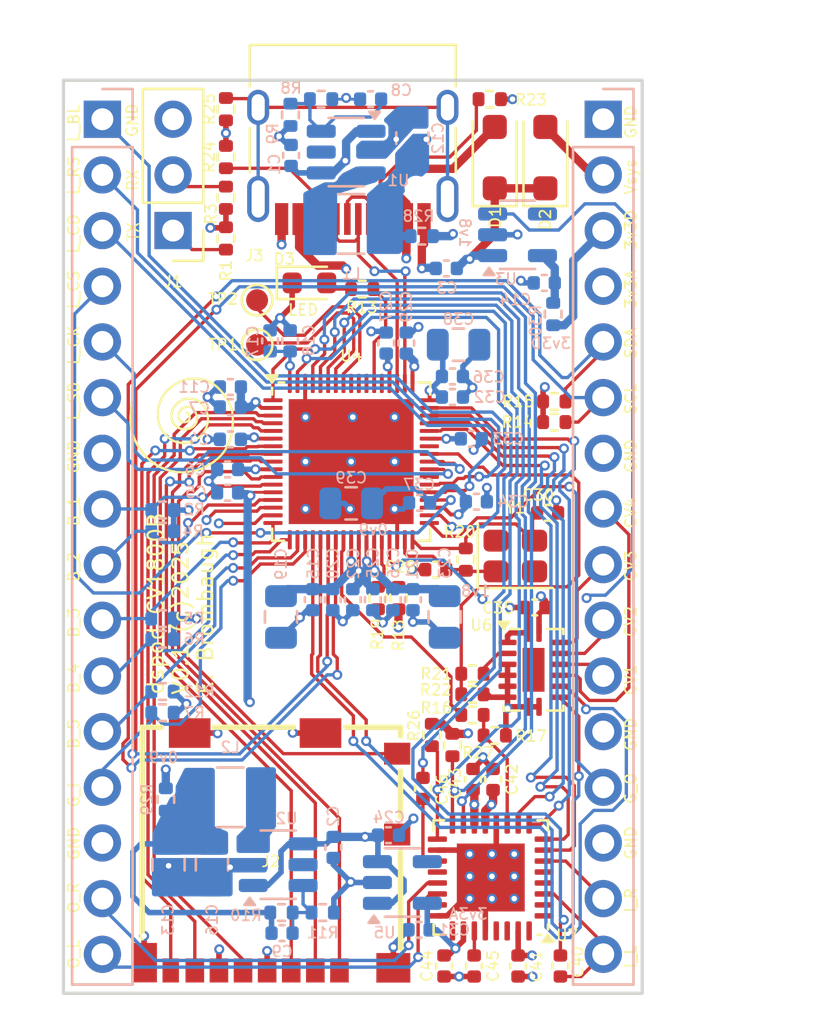
<source format=kicad_pcb>
(kicad_pcb (version 20241229) (generator "pcbnew") (generator_version "9.0")
  (layers (0 "F.Cu" signal) (4 "In1.Cu" signal) (6 "In2.Cu" signal) (2 "B.Cu" signal) (13 "F.Paste" user) (15 "B.Paste" user) (5 "F.SilkS" user "F.Silkscreen") (7 "B.SilkS" user "B.Silkscreen") (1 "F.Mask" user) (3 "B.Mask" user) (25 "Edge.Cuts" user))
  (net 0 "")
  (net 1 "/V4.7")
  (net 2 "GND")
  (net 3 "VDD")
  (net 4 "+3.3V")
  (net 5 "+1V8")
  (net 6 "Net-(U1-FB)")
  (net 7 "Net-(U2-FB)")
  (net 9 "Net-(U4-PAD_AUD_AVREF)")
  (net 10 "Net-(U4-XTAL_XIN)")
  (net 11 "Net-(U4-XTAL_XOUT)")
  (net 12 "+3.3VA")
  (net 13 "/AIN")
  (net 14 "/in_l")
  (net 15 "Net-(U7-VREF)")
  (net 16 "/AOUT")
  (net 17 "Net-(U7-LAUXIN)")
  (net 18 "/Vbus")
  (net 19 "/Vsys")
  (net 20 "/UART0_TX")
  (net 21 "/UART0_RX")
  (net 22 "Net-(J2-DET_A)")
  (net 23 "Net-(J2-DAT1)")
  (net 24 "Net-(J2-DAT2)")
  (net 25 "Net-(J2-DAT0)")
  (net 26 "Net-(J2-DAT3{slash}CD)")
  (net 27 "Net-(J2-CMD)")
  (net 28 "Net-(J2-CLK)")
  (net 29 "Net-(J3-SHIELD)")
  (net 32 "Net-(J3-CC2)")
  (net 33 "Net-(U4-USB_DP)")
  (net 34 "Net-(U4-USB_DM)")
  (net 35 "Net-(J3-CC1)")
  (net 36 "/LCD_NRST")
  (net 37 "/btn2")
  (net 38 "/out_l")
  (net 39 "/LCD_CS")
  (net 40 "/gate_in")
  (net 41 "/LCD_BK")
  (net 42 "/btn3")
  (net 43 "/out_r")
  (net 44 "/btn1")
  (net 45 "/LCD_DC")
  (net 46 "/LCD_SDO")
  (net 47 "/btn5")
  (net 48 "/btn4")
  (net 49 "/LCD_SCLK")
  (net 50 "/in_r")
  (net 51 "/gate_out")
  (net 52 "/cv4")
  (net 53 "/I2C0_SCL")
  (net 54 "/I2C0_SDA")
  (net 55 "/cv2")
  (net 56 "/cv1")
  (net 57 "/cv3")
  (net 58 "Net-(U1-SW)")
  (net 59 "Net-(U2-SW)")
  (net 60 "/I2S_MCLK")
  (net 61 "/I2S_MCLK_1v8")
  (net 62 "Net-(U4-PWR_VBAT_DET)")
  (net 63 "/ADC1")
  (net 64 "Net-(U6-X)")
  (net 65 "/I2C1_SDA_1v8")
  (net 66 "/I2C1_SCL_1v8")
  (net 69 "/3v3_EN")
  (net 72 "/MUXB")
  (net 73 "/I2S_SCLK_1v8")
  (net 74 "Net-(D3-A)")
  (net 76 "/CODEC_GPIO1_1v8")
  (net 77 "/LED")
  (net 78 "Net-(U4-PAD_MIPIRX1AN)")
  (net 79 "/I2S_DO_1v8")
  (net 80 "Net-(U4-PAD_MIPIRX2AP)")
  (net 81 "/I2S_LRCK_1v8")
  (net 82 "/I2S_DI_1v8")
  (net 83 "/MUXA")
  (net 100 "Net-(C12-Pad1)")
  (net 101 "Net-(C13-Pad1)")
  (net 102 "Net-(U3-VOUT)")
  (footprint "Resistor_SMD:R_0402_1005Metric" (layer "F.Cu") (at 159.1564 77.0636 180)
    (property "Reference" "R23")
    (property "Value" "5k1")
  )
  (footprint "Resistor_SMD:R_0402_1005Metric" (layer "F.Cu") (at 156.5148 106.0704 90)
    (property "Reference" "R26")
    (property "Value" "4k7")
  )
  (footprint "Resistor_SMD:R_0402_1005Metric" (layer "F.Cu") (at 154.051 99.822 90)
    (property "Reference" "R19")
    (property "Value" "5k1")
  )
  (footprint "Resistor_SMD:R_0402_1005Metric" (layer "F.Cu") (at 159.385 106.0958 180)
    (property "Reference" "R17")
    (property "Value" "2k4")
  )
  (footprint "Resistor_SMD:R_0402_1005Metric" (layer "F.Cu") (at 147.1168 81.5614 -90)
    (property "Reference" "R3")
    (property "Value" "4k7")
  )
  (footprint "Capacitor_SMD:C_0402_1005Metric" (layer "F.Cu") (at 156.1084 108.5088 90)
    (property "Reference" "C46")
    (property "Value" "4.7uf")
  )
  (footprint "Resistor_SMD:R_0402_1005Metric" (layer "F.Cu") (at 147.1168 79.7052 -90)
    (property "Reference" "R24")
    (property "Value" "5k1")
  )
  (footprint "Resistor_SMD:R_0402_1005Metric" (layer "F.Cu") (at 162.1028 90.8558 180)
    (property "Reference" "R15")
    (property "Value" "4k7")
  )
  (footprint "Crystal:Crystal_SMD_2520-4Pin_2.5x2.0mm" (layer "F.Cu") (at 160.3248 97.9058)
    (property "Reference" "Y1")
    (property "Value" "ECS-250-8-36CKM-TR3 25MHz 8pf")
  )
  (footprint "EMEB:QFN-68-1EP_7x7mm_P0.35mm_EP5.7x5.7mm" (layer "F.Cu") (at 152.8318 93.599)
    (property "Reference" "U4")
    (property "Value" "CV1800b")
  )
  (footprint "Package_DFN_QFN:DHVQFN-16-1EP_2.5x3.5mm_P0.5mm_EP1x2mm" (layer "F.Cu") (at 161.1567 103.0986)
    (property "Reference" "U6")
    (property "Value" "CD4051B")
  )
  (footprint "Capacitor_SMD:C_0402_1005Metric" (layer "F.Cu") (at 158.4452 116.6114 -90)
    (property "Reference" "C45")
    (property "Value" "4.7uf")
  )
  (footprint "TestPoint:TestPoint_Pad_D1.0mm" (layer "F.Cu") (at 148.5392 88.265)
    (property "Reference" "TP1")
    (property "Value" "~")
  )
  (footprint "Resistor_SMD:R_0402_1005Metric" (layer "F.Cu") (at 158.0642 98.0694 90)
    (property "Reference" "R20")
    (property "Value" "1M")
  )
  (footprint "Resistor_SMD:R_0402_1005Metric" (layer "F.Cu") (at 154.9908 99.822 -90)
    (property "Reference" "R18")
    (property "Value" "9k1")
  )
  (footprint "TestPoint:TestPoint_Pad_D1.0mm" (layer "F.Cu") (at 148.5392 86.233)
    (property "Reference" "TP2")
    (property "Value" "~")
  )
  (footprint "Resistor_SMD:R_0402_1005Metric" (layer "F.Cu") (at 158.369 105.156 180)
    (property "Reference" "R16")
    (property "Value" "2k2")
  )
  (footprint "Capacitor_SMD:C_0402_1005Metric" (layer "F.Cu") (at 156.6926 98.5266 180)
    (property "Reference" "C28")
    (property "Value" "12pf")
  )
  (footprint "Capacitor_SMD:C_0402_1005Metric" (layer "F.Cu") (at 161.798 95.9358)
    (property "Reference" "C30")
    (property "Value" "12pf")
  )
  (footprint "Resistor_SMD:R_0402_1005Metric" (layer "F.Cu") (at 162.1028 91.7956 180)
    (property "Reference" "R14")
    (property "Value" "4k7")
  )
  (footprint "Capacitor_SMD:C_0402_1005Metric" (layer "F.Cu") (at 160.4518 116.6114 -90)
    (property "Reference" "C41")
    (property "Value" "4.7uf")
  )
  (footprint "Resistor_SMD:R_0402_1005Metric" (layer "F.Cu") (at 147.1168 83.4156 90)
    (property "Reference" "R1")
    (property "Value" "4k7")
  )
  (footprint "Diode_SMD:D_SOD-123F" (layer "F.Cu") (at 161.6964 79.7306 90)
    (property "Reference" "D2")
    (property "Value" "PMEG2010ER")
  )
  (footprint "Capacitor_SMD:C_0402_1005Metric" (layer "F.Cu") (at 157.0736 116.6114 -90)
    (property "Reference" "C44")
    (property "Value" "4.7uf")
  )
  (footprint "Connector_USB:USB_C_Receptacle_HRO_TYPE-C-31-M-12" (layer "F.Cu") (at 152.908 78.486 180)
    (property "Reference" "J3")
    (property "Value" "USB_C_Receptacle_USB2.0")
  )
  (footprint "Capacitor_SMD:C_0402_1005Metric" (layer "F.Cu") (at 159.3088 108.1024 90)
    (property "Reference" "C42")
    (property "Value" "4.7uf")
  )
  (footprint "EMEB:micro_sd_molex_1040310-811" (layer "F.Cu") (at 149.165 111.339)
    (property "Reference" "J2")
    (property "Value" "Micro_SD_Card_Det1")
  )
  (footprint "Capacitor_SMD:C_0402_1005Metric" (layer "F.Cu") (at 162.3822 116.6114 -90)
    (property "Reference" "C40")
    (property "Value" "4.7uf")
  )
  (footprint "Resistor_SMD:R_0402_1005Metric" (layer "F.Cu") (at 158.367 104.2162 180)
    (property "Reference" "R22")
    (property "Value" "10k")
  )
  (footprint "Diode_SMD:D_SOD-123F" (layer "F.Cu") (at 159.385 79.7306 90)
    (property "Reference" "D1")
    (property "Value" "PMEG2010ER")
  )
  (footprint "LED_SMD:LED_0603_1608Metric" (layer "F.Cu") (at 150.9267 85.4456)
    (property "Reference" "D3")
    (property "Value" "LED Green")
  )
  (footprint "Resistor_SMD:R_0402_1005Metric" (layer "F.Cu") (at 147.1168 77.5208 90)
    (property "Reference" "R25")
    (property "Value" "1M")
  )
  (footprint "Capacitor_SMD:C_0402_1005Metric" (layer "F.Cu") (at 161.2138 100.2538 180)
    (property "Reference" "C35")
    (property "Value" "0.1uf")
  )
  (footprint "Connector_PinHeader_2.54mm:PinHeader_1x03_P2.54mm_Vertical" (layer "F.Cu") (at 144.7038 83.058 180)
    (property "Reference" "J1")
    (property "Value" "Conn_01x03")
  )
  (footprint "EMEB:avatar_small" (layer "F.Cu") (at 146.05 90.9828 90)
    (property "Reference" "Ref**" (hide yes))
    (property "Value" "Val**" (hide yes))
  )
  (footprint "Capacitor_SMD:C_0402_1005Metric" (layer "F.Cu") (at 158.3944 108.1024 90)
    (property "Reference" "C43")
    (property "Value" "4.7uf")
  )
  (footprint "Resistor_SMD:R_0402_1005Metric" (layer "F.Cu") (at 157.4546 106.5296 90)
    (property "Reference" "R27")
    (property "Value" "4k7")
  )
  (footprint "Package_DFN_QFN:QFN-32-1EP_5x5mm_P0.5mm_EP3.1x3.1mm" (layer "F.Cu") (at 159.2046 112.5737 180)
    (property "Reference" "U7")
    (property "Value" "NAU88C22")
  )
  (footprint "Resistor_SMD:R_0402_1005Metric" (layer "F.Cu") (at 153.3398 85.725)
    (property "Reference" "R13")
    (property "Value" "1k")
  )
  (footprint "Resistor_SMD:R_0402_1005Metric" (layer "F.Cu") (at 158.367 103.2764)
    (property "Reference" "R21")
    (property "Value" "10k")
  )
  (footprint "Capacitor_SMD:C_0402_1005Metric" (layer "B.Cu") (at 158.5468 95.4278)
    (property "Reference" "C34")
    (property "Value" "0.1uf")
  )
  (footprint "Capacitor_SMD:C_0402_1005Metric" (layer "B.Cu") (at 155.9306 114.9604 180)
    (property "Reference" "C31")
    (property "Value" "4.7uf")
  )
  (footprint "Capacitor_SMD:C_0805_2012Metric" (layer "B.Cu") (at 155.6258 78.8416 90)
    (property "Reference" "C12")
    (property "Value" "22uf")
  )
  (footprint "Capacitor_SMD:C_0402_1005Metric" (layer "B.Cu") (at 147.193 93.9546 180)
    (property "Reference" "C6")
    (property "Value" "0.1uf")
  )
  (footprint "Capacitor_SMD:C_0402_1005Metric" (layer "B.Cu") (at 155.3464 88.1888 90)
    (property "Reference" "C29")
    (property "Value" "0.1uf")
  )
  (footprint "Resistor_SMD:R_0402_1005Metric" (layer "B.Cu") (at 162.052 86.868 90)
    (property "Reference" "R30")
    (property "Value" "0")
  )
  (footprint "Resistor_SMD:R_0402_1005Metric" (layer "B.Cu") (at 144.2212 104.0892)
    (property "Reference" "R12")
    (property "Value" "10k")
  )
  (footprint "Capacitor_SMD:C_0402_1005Metric" (layer "B.Cu") (at 157.4546 90.6526)
    (property "Reference" "C32")
    (property "Value" "0.1uf")
  )
  (footprint "Resistor_SMD:R_0402_1005Metric" (layer "B.Cu") (at 156.0576 83.312 180)
    (property "Reference" "R28")
    (property "Value" "0")
  )
  (footprint "Capacitor_SMD:C_0402_1005Metric" (layer "B.Cu") (at 147.32 90.1954 180)
    (property "Reference" "C11")
    (property "Value" "1uf")
  )
  (footprint "Connector_PinHeader_2.54mm:PinHeader_1x16_P2.54mm_Vertical" (layer "B.Cu") (at 141.478 77.978 180)
    (property "Reference" "J4" (hide yes))
    (property "Value" "Conn_01x16")
  )
  (footprint "Capacitor_SMD:C_0402_1005Metric" (layer "B.Cu") (at 147.32 92.583 180)
    (property "Reference" "C4")
    (property "Value" "0.1uf")
  )
  (footprint "Capacitor_SMD:C_0402_1005Metric" (layer "B.Cu") (at 153.8224 99.8982 -90)
    (property "Reference" "C25")
    (property "Value" "0.1uf")
  )
  (footprint "Capacitor_SMD:C_0402_1005Metric" (layer "B.Cu") (at 147.193 95.0214 180)
    (property "Reference" "C5")
    (property "Value" "0.1uf")
  )
  (footprint "Connector_PinHeader_2.54mm:PinHeader_1x16_P2.54mm_Vertical" (layer "B.Cu") (at 164.338 77.978 180)
    (property "Reference" "J5" (hide yes))
    (property "Value" "Conn_01x16")
  )
  (footprint "Resistor_SMD:R_0402_1005Metric" (layer "B.Cu") (at 151.4602 77.0636)
    (property "Reference" "R8")
    (property "Value" "200k")
  )
  (footprint "Capacitor_SMD:C_0402_1005Metric" (layer "B.Cu") (at 149.1318 88.0898 90)
    (property "Reference" "C17")
    (property "Value" "4.7uf")
  )
  (footprint "Capacitor_SMD:C_0402_1005Metric" (layer "B.Cu") (at 154.5336 110.6424)
    (property "Reference" "C24")
    (property "Value" "1uf")
  )
  (footprint "Resistor_SMD:R_0402_1005Metric" (layer "B.Cu") (at 144.2212 95.8088)
    (property "Reference" "R2")
    (property "Value" "10k")
  )
  (footprint "Resistor_SMD:R_0402_1005Metric" (layer "B.Cu") (at 150.0632 77.7748 90)
    (property "Reference" "R9")
    (property "Value" "100k")
  )
  (footprint "Package_TO_SOT_SMD:SOT-23-6" (layer "B.Cu") (at 149.5004 111.9886)
    (property "Reference" "U2")
    (property "Value" "TPS62A02")
  )
  (footprint "Capacitor_SMD:C_0402_1005Metric" (layer "B.Cu") (at 150.0462 88.0898 90)
    (property "Reference" "C18")
    (property "Value" "0.1uf")
  )
  (footprint "Resistor_SMD:R_0402_1005Metric" (layer "B.Cu") (at 144.3736 109.0148 -90)
    (property "Reference" "R29")
    (property "Value" "0")
  )
  (footprint "Inductor_SMD:L_1210_3225Metric" (layer "B.Cu") (at 152.8318 82.7532)
    (property "Reference" "L1")
    (property "Value" "1uH")
  )
  (footprint "Capacitor_SMD:C_0402_1005Metric" (layer "B.Cu") (at 155.6512 99.8982 -90)
    (property "Reference" "C21")
    (property "Value" "1uf")
  )
  (footprint "Capacitor_SMD:C_0402_1005Metric" (layer "B.Cu") (at 153.7208 77.0636)
    (property "Reference" "C8")
    (property "Value" "120pf")
  )
  (footprint "Package_TO_SOT_SMD:SOT-23-5" (layer "B.Cu") (at 155.1686 112.8014)
    (property "Reference" "U5")
    (property "Value" "XC6222B331MR-G")
  )
  (footprint "Capacitor_SMD:C_0402_1005Metric" (layer "B.Cu") (at 152.908 99.8982 -90)
    (property "Reference" "C22")
    (property "Value" "0.1uf")
  )
  (footprint "Resistor_SMD:R_0402_1005Metric" (layer "B.Cu") (at 144.2212 100.7618)
    (property "Reference" "R5")
    (property "Value" "10k")
  )
  (footprint "Capacitor_SMD:C_0805_2012Metric" (layer "B.Cu") (at 146.4778 111.9886 -90)
    (property "Reference" "C16")
    (property "Value" "22uf")
  )
  (footprint "Capacitor_SMD:C_0402_1005Metric" (layer "B.Cu") (at 151.0792 99.8982 -90)
    (property "Reference" "C15")
    (property "Value" "1uf")
  )
  (footprint "Resistor_SMD:R_0402_1005Metric" (layer "B.Cu") (at 151.5344 114.173 180)
    (property "Reference" "R11")
    (property "Value" "100k")
  )
  (footprint "Capacitor_SMD:C_0402_1005Metric" (layer "B.Cu") (at 151.9936 99.8982 -90)
    (property "Reference" "C20")
    (property "Value" "0.1uf")
  )
  (footprint "Package_TO_SOT_SMD:SOT-23-5" (layer "B.Cu") (at 160.4264 83.2499)
    (property "Reference" "U3")
    (property "Value" "XC6222B331MR-G")
  )
  (footprint "Capacitor_SMD:C_0402_1005Metric" (layer "B.Cu") (at 157.4546 89.7128)
    (property "Reference" "C36")
    (property "Value" "1uf")
  )
  (footprint "Inductor_SMD:L_1210_3225Metric" (layer "B.Cu") (at 147.316 108.9152 180)
    (property "Reference" "L2")
    (property "Value" "1uH")
  )
  (footprint "Capacitor_SMD:C_0402_1005Metric" (layer "B.Cu") (at 154.7368 99.8982 -90)
    (property "Reference" "C26")
    (property "Value" "0.1uf")
  )
  (footprint "Capacitor_SMD:C_0402_1005Metric" (layer "B.Cu") (at 149.6782 115.1128)
    (property "Reference" "C9")
    (property "Value" "120pf")
  )
  (footprint "Capacitor_SMD:C_0805_2012Metric" (layer "B.Cu") (at 149.6314 100.6856 -90)
    (property "Reference" "C19")
    (property "Value" "10uf")
  )
  (footprint "Capacitor_SMD:C_0402_1005Metric" (layer "B.Cu") (at 157.1752 84.7852 180)
    (property "Reference" "C3")
    (property "Value" "1uf")
  )
  (footprint "Capacitor_SMD:C_0805_2012Metric" (layer "B.Cu") (at 144.4966 111.9886 -90)
    (property "Reference" "C13")
    (property "Value" "22uf")
  )
  (footprint "Capacitor_SMD:C_0805_2012Metric" (layer "B.Cu") (at 152.8318 95.504 180)
    (property "Reference" "C39")
    (property "Value" "10uf")
  )
  (footprint "Capacitor_SMD:C_0402_1005Metric" (layer "B.Cu") (at 158.3182 92.5576)
    (property "Reference" "C33")
    (property "Value" "0.1uf")
  )
  (footprint "Capacitor_SMD:C_0805_2012Metric" (layer "B.Cu") (at 157.099 100.6856 -90)
    (property "Reference" "C23")
    (property "Value" "10uf")
  )
  (footprint "Capacitor_SMD:C_0402_1005Metric" (layer "B.Cu") (at 150.0886 79.629 90)
    (property "Reference" "C1")
    (property "Value" "4.7uf")
  )
  (footprint "Capacitor_SMD:C_0402_1005Metric" (layer "B.Cu") (at 155.956 95.4786 180)
    (property "Reference" "C37")
    (property "Value" "1uf")
  )
  (footprint "Resistor_SMD:R_0402_1005Metric" (layer "B.Cu") (at 144.2212 105.0544)
    (property "Reference" "R7")
    (property "Value" "10k")
  )
  (footprint "Resistor_SMD:R_0402_1005Metric" (layer "B.Cu") (at 144.2212 101.7016)
    (property "Reference" "R6")
    (property "Value" "10k")
  )
  (footprint "Package_TO_SOT_SMD:SOT-23-6" (layer "B.Cu") (at 152.6032 79.4766 180)
    (property "Reference" "U1")
    (property "Value" "TPS62A02")
  )
  (footprint "Resistor_SMD:R_0402_1005Metric" (layer "B.Cu") (at 144.2212 96.774)
    (property "Reference" "R4")
    (property "Value" "10k")
  )
  (footprint "Resistor_SMD:R_0402_1005Metric" (layer "B.Cu") (at 149.6528 114.173 180)
    (property "Reference" "R10")
    (property "Value" "50k")
  )
  (footprint "Capacitor_SMD:C_0402_1005Metric" (layer "B.Cu") (at 154.432 88.1888 90)
    (property "Reference" "C27")
    (property "Value" "0.1uf")
  )
  (footprint "Capacitor_SMD:C_0402_1005Metric" (layer "B.Cu") (at 152.015 111.2012 -90)
    (property "Reference" "C2")
    (property "Value" "4.7uf")
  )
  (footprint "Capacitor_SMD:C_0805_2012Metric" (layer "B.Cu") (at 157.734 88.265)
    (property "Reference" "C38")
    (property "Value" "10uf")
  )
  (footprint "Capacitor_SMD:C_0402_1005Metric" (layer "B.Cu") (at 147.3174 91.1098 180)
    (property "Reference" "C7")
    (property "Value" "0.1uf")
  )
  (footprint "Capacitor_SMD:C_0402_1005Metric" (layer "B.Cu") (at 161.6456 85.4456 180)
    (property "Reference" "C14")
    (property "Value" "4.7uf")
  )
  (gr_rect (start 139.7 76.2) (end 166.116 117.856) (stroke (width 0.15)) (fill no) (layer "Edge.Cuts"))
  (gr_text "L_RS" (at 140.462 81.4832 90) (layer "F.SilkS") (effects (font (size 0.5 0.5) (thickness 0.08)) (justify left bottom)))
  (gr_text "B_4" (at 140.462 104.2162 90) (layer "F.SilkS") (effects (font (size 0.5 0.5) (thickness 0.08)) (justify left bottom)))
  (gr_text "LED" (at 149.9108 86.9696 0) (layer "F.SilkS") (effects (font (size 0.5 0.5) (thickness 0.08)) (justify left bottom)))
  (gr_text "CV2" (at 165.8874 101.6508 90) (layer "F.SilkS") (effects (font (size 0.5 0.5) (thickness 0.08)) (justify left bottom)))
  (gr_text "B_2" (at 140.462 99.1362 90) (layer "F.SilkS") (effects (font (size 0.5 0.5) (thickness 0.08)) (justify left bottom)))
  (gr_text "L_CK" (at 140.462 89.2302 90) (layer "F.SilkS") (effects (font (size 0.5 0.5) (thickness 0.08)) (justify left bottom)))
  (gr_text "SDA" (at 165.8874 88.9508 90) (layer "F.SilkS") (effects (font (size 0.5 0.5) (thickness 0.08)) (justify left bottom)))
  (gr_text "GND" (at 143.129 78.8416 90) (layer "F.SilkS") (effects (font (size 0.5 0.5) (thickness 0.08)) (justify left bottom)))
  (gr_text "O_R" (at 140.462 114.2492 90) (layer "F.SilkS") (effects (font (size 0.5 0.5) (thickness 0.08)) (justify left bottom)))
  (gr_text "G_I" (at 140.462 109.4232 90) (layer "F.SilkS") (effects (font (size 0.5 0.5) (thickness 0.08)) (justify left bottom)))
  (gr_text "I_R" (at 165.8874 114.2238 90) (layer "F.SilkS") (effects (font (size 0.5 0.5) (thickness 0.08)) (justify left bottom)))
  (gr_text "Vsys" (at 165.8874 81.4578 90) (layer "F.SilkS") (effects (font (size 0.5 0.5) (thickness 0.08)) (justify left bottom)))
  (gr_text "3v3D" (at 165.8874 83.9978 90) (layer "F.SilkS") (effects (font (size 0.5 0.5) (thickness 0.08)) (justify left bottom)))
  (gr_text "3v3A" (at 165.8874 86.6648 90) (layer "F.SilkS") (effects (font (size 0.5 0.5) (thickness 0.08)) (justify left bottom)))
  (gr_text "B_5" (at 140.462 106.7562 90) (layer "F.SilkS") (effects (font (size 0.5 0.5) (thickness 0.08)) (justify left bottom)))
  (gr_text "CV3" (at 165.8874 99.1108 90) (layer "F.SilkS") (effects (font (size 0.5 0.5) (thickness 0.08)) (justify left bottom)))
  (gr_text "L_CD" (at 140.462 84.1502 90) (layer "F.SilkS") (effects (font (size 0.5 0.5) (thickness 0.08)) (justify left bottom)))
  (gr_text "G_O" (at 165.8874 109.2708 90) (layer "F.SilkS") (effects (font (size 0.5 0.5) (thickness 0.08)) (justify left bottom)))
  (gr_text "L_CS" (at 140.462 86.6902 90) (layer "F.SilkS") (effects (font (size 0.5 0.5) (thickness 0.08)) (justify left bottom)))
  (gr_text "CV1" (at 165.8874 104.3178 90) (layer "F.SilkS") (effects (font (size 0.5 0.5) (thickness 0.08)) (justify left bottom)))
  (gr_text "L_SD" (at 140.462 91.7702 90) (layer "F.SilkS") (effects (font (size 0.5 0.5) (thickness 0.08)) (justify left bottom)))
  (gr_text "SCL" (at 165.8874 91.4908 90) (layer "F.SilkS") (effects (font (size 0.5 0.5) (thickness 0.08)) (justify left bottom)))
  (gr_text "CV4" (at 165.8874 96.6978 90) (layer "F.SilkS") (effects (font (size 0.5 0.5) (thickness 0.08)) (justify left bottom)))
  (gr_text "I_L" (at 165.8874 116.7638 90) (layer "F.SilkS") (effects (font (size 0.5 0.5) (thickness 0.08)) (justify left bottom)))
  (gr_text "B_1" (at 140.462 96.5962 90) (layer "F.SilkS") (effects (font (size 0.5 0.5) (thickness 0.08)) (justify left bottom)))
  (gr_text "GND" (at 140.462 111.8362 90) (layer "F.SilkS") (effects (font (size 0.5 0.5) (thickness 0.08)) (justify left bottom)))
  (gr_text "GND" (at 165.8874 78.9178 90) (layer "F.SilkS") (effects (font (size 0.5 0.5) (thickness 0.08)) (justify left bottom)))
  (gr_text "GND" (at 140.462 94.1832 90) (layer "F.SilkS") (effects (font (size 0.5 0.5) (thickness 0.08)) (justify left bottom)))
  (gr_text "B_3" (at 140.462 101.6762 90) (layer "F.SilkS") (effects (font (size 0.5 0.5) (thickness 0.08)) (justify left bottom)))
  (gr_text "GND" (at 165.8874 111.8108 90) (layer "F.SilkS") (effects (font (size 0.5 0.5) (thickness 0.08)) (justify left bottom)))
  (gr_text "O_L" (at 140.462 116.7892 90) (layer "F.SilkS") (effects (font (size 0.5 0.5) (thickness 0.08)) (justify left bottom)))
  (gr_text "dspod CV1800B\nV0.1 (c)2025\nE. Brombaugh" (at 146.5834 104.2924 90) (layer "F.SilkS") (effects (font (size 0.7 0.7) (thickness 0.1)) (justify left bottom)))
  (gr_text "GND" (at 165.8874 94.1578 90) (layer "F.SilkS") (effects (font (size 0.5 0.5) (thickness 0.08)) (justify left bottom)))
  (gr_text "TX" (at 143.1798 83.5914 90) (layer "F.SilkS") (effects (font (size 0.5 0.5) (thickness 0.08)) (justify left bottom)))
  (gr_text "RX" (at 143.1544 81.3054 90) (layer "F.SilkS") (effects (font (size 0.5 0.5) (thickness 0.08)) (justify left bottom)))
  (gr_text "L_BL" (at 140.462 79.0702 90) (layer "F.SilkS") (effects (font (size 0.5 0.5) (thickness 0.08)) (justify left bottom)))
  (gr_text "GND" (at 165.8874 106.8578 90) (layer "F.SilkS") (effects (font (size 0.5 0.5) (thickness 0.08)) (justify left bottom)))
  (gr_text "3v3D" (at 162.9156 88.4936 0) (layer "B.SilkS") (effects (font (size 0.5 0.5) (thickness 0.08)) (justify left bottom mirror)))
  (gr_text "3v3A" (at 159.1056 114.5286 0) (layer "B.SilkS") (effects (font (size 0.5 0.5) (thickness 0.08)) (justify left bottom mirror)))
  (gr_text "0v9" (at 154.559 97.0026 0) (layer "B.SilkS") (effects (font (size 0.5 0.5) (thickness 0.08)) (justify left bottom mirror)))
  (gr_text "1v8" (at 159.2326 99.7966 0) (layer "B.SilkS") (effects (font (size 0.5 0.5) (thickness 0.08)) (justify left bottom mirror)))
  (gr_text "0v9" (at 144.9832 107.3912 0) (layer "B.SilkS") (effects (font (size 0.5 0.5) (thickness 0.08)) (justify left bottom mirror)))
  (gr_text "1v8" (at 157.734 83.8708 270) (layer "B.SilkS") (effects (font (size 0.5 0.5) (thickness 0.08)) (justify left bottom mirror)))
  (segment (start 154.9908 100.332) (end 154.9908 101.1682) (width 0.381) (layer "F.Cu") (net 1))
  (segment (start 159.385 83.2104) (end 158.242 84.3534) (width 0.381) (layer "F.Cu") (net 1))
  (segment (start 159.385 81.1306) (end 159.385 83.2104) (width 0.381) (layer "F.Cu") (net 1))
  (segment (start 159.385 81.1306) (end 161.6964 81.1306) (width 0.381) (layer "F.Cu") (net 1))
  (via (at 154.9908 101.1682) (size 0.4572) (drill 0.254) (layers "F.Cu" "B.Cu") (net 1))
  (via (at 152.5651 79.8703) (size 0.4572) (drill 0.254) (layers "F.Cu" "B.Cu") (net 1))
  (via (at 153.4668 110.7212) (size 0.4572) (drill 0.254) (layers "F.Cu" "B.Cu") (net 1))
  (via (at 158.242 84.3534) (size 0.4572) (drill 0.254) (layers "F.Cu" "B.Cu") (net 1))
  (segment (start 149.6314 111.382601) (end 149.975401 111.0386) (width 0.254) (layer "B.Cu") (net 1))
  (segment (start 149.975401 111.0386) (end 150.6379 111.0386) (width 0.254) (layer "B.Cu") (net 1))
  (segment (start 159.2889 84.1999) (end 158.3955 84.1999) (width 0.381) (layer "B.Cu") (net 1))
  (segment (start 153.7407 78.5266) (end 153.078201 78.5266) (width 0.381) (layer "B.Cu") (net 1))
  (segment (start 151.4657 80.4266) (end 150.4062 80.4266) (width 0.254) (layer "B.Cu") (net 1))
  (segment (start 154.693599 113.7514) (end 154.0311 113.7514) (width 0.254) (layer "B.Cu") (net 1))
  (segment (start 155.2448 112.6998) (end 155.2448 113.200199) (width 0.254) (layer "B.Cu") (net 1))
  (segment (start 154.0536 110.6424) (end 154.0536 111.8289) (width 0.254) (layer "B.Cu") (net 1))
  (segment (start 149.6314 112.332599) (end 149.6314 111.382601) (width 0.254) (layer "B.Cu") (net 1))
  (segment (start 152.5651 79.8703) (end 152.0088 80.4266) (width 0.381) (layer "B.Cu") (net 1))
  (segment (start 152.0088 80.4266) (end 151.4657 80.4266) (width 0.381) (layer "B.Cu") (net 1))
  (segment (start 152.015 110.7212) (end 153.4668 110.7212) (width 0.381) (layer "B.Cu") (net 1))
  (segment (start 155.2448 113.200199) (end 154.693599 113.7514) (width 0.254) (layer "B.Cu") (net 1))
  (segment (start 153.4668 110.7212) (end 153.9748 110.7212) (width 0.381) (layer "B.Cu") (net 1))
  (segment (start 151.6976 111.0386) (end 152.015 110.7212) (width 0.254) (layer "B.Cu") (net 1))
  (segment (start 148.3629 112.9386) (end 149.025399 112.9386) (width 0.254) (layer "B.Cu") (net 1))
  (segment (start 152.6032 79.8322) (end 152.5651 79.8703) (width 0.381) (layer "B.Cu") (net 1))
  (segment (start 154.3964 111.8514) (end 155.2448 112.6998) (width 0.254) (layer "B.Cu") (net 1))
  (segment (start 158.3955 84.1999) (end 158.242 84.3534) (width 0.381) (layer "B.Cu") (net 1))
  (segment (start 154.0536 111.8289) (end 154.0311 111.8514) (width 0.254) (layer "B.Cu") (net 1))
  (segment (start 157.6552 84.7852) (end 158.087 84.3534) (width 0.381) (layer "B.Cu") (net 1))
  (segment (start 152.6032 79.001601) (end 152.6032 79.8322) (width 0.381) (layer "B.Cu") (net 1))
  (segment (start 153.078201 78.5266) (end 152.6032 79.001601) (width 0.381) (layer "B.Cu") (net 1))
  (segment (start 153.9748 110.7212) (end 154.0536 110.6424) (width 0.381) (layer "B.Cu") (net 1))
  (segment (start 150.4062 80.4266) (end 150.0886 80.109) (width 0.254) (layer "B.Cu") (net 1))
  (segment (start 154.0311 111.8514) (end 154.3964 111.8514) (width 0.254) (layer "B.Cu") (net 1))
  (segment (start 158.087 84.3534) (end 158.242 84.3534) (width 0.381) (layer "B.Cu") (net 1))
  (segment (start 149.025399 112.9386) (end 149.6314 112.332599) (width 0.254) (layer "B.Cu") (net 1))
  (segment (start 150.6379 111.0386) (end 151.6976 111.0386) (width 0.254) (layer "B.Cu") (net 1))
  (segment (start 154.758 115.752) (end 154.7622 115.7478) (width 0.254) (layer "F.Cu") (net 2))
  (segment (start 154.758 116.694) (end 154.758 115.752) (width 0.254) (layer "F.Cu") (net 2))
  (segment (start 159.1872 104.3486) (end 159.9692 104.3486) (width 0.254) (layer "F.Cu") (net 2))
  (segment (start 160.9067 100.4267) (end 160.7338 100.2538) (width 0.254) (layer "F.Cu") (net 2))
  (segment (start 149.658 82.531) (end 149.658 83.6918) (width 0.381) (layer "F.Cu") (net 2))
  (segment (start 160.9067 101.4111) (end 160.9067 100.4267) (width 0.254) (layer "F.Cu") (net 2))
  (segment (start 158.9546 113.8414) (end 159.258 113.538) (width 0.254) (layer "F.Cu") (net 2))
  (segment (start 158.8516 107.1652) (end 159.3088 107.6224) (width 0.254) (layer "F.Cu") (net 2))
  (segment (start 150.1392 86.4956) (end 149.589 87.0458) (width 0.254) (layer "F.Cu") (net 2))
  (segment (start 154.9318 97.1665) (end 154.9318 95.8768) (width 0.1778) (layer "F.Cu") (net 2))
  (segment (start 156.0576 83.7668) (end 156.158 83.6664) (width 0.381) (layer "F.Cu") (net 2))
  (segment (start 145.462 105.984) (end 146.7256 105.984) (width 0.254) (layer "F.Cu") (net 2))
  (segment (start 160.0343 104.7861) (end 159.9692 104.8512) (width 0.254) (layer "F.Cu") (net 2))
  (segment (start 156.158 83.6664) (end 156.158 82.531) (width 0.381) (layer "F.Cu") (net 2))
  (segment (start 159.9692 101.5492) (end 159.9692 101.8486) (width 0.254) (layer "F.Cu") (net 2))
  (segment (start 154.9318 95.8768) (end 154.813 95.758) (width 0.254) (layer "F.Cu") (net 2))
  (segment (start 159.4546 110.1362) (end 159.4546 111.3094) (width 0.254) (layer "F.Cu") (net 2))
  (segment (start 157.204599 114.3237) (end 157.990299 113.538) (width 0.254) (layer "F.Cu") (net 2))
  (segment (start 160.9067 101.4111) (end 160.1073 101.4111) (width 0.254) (layer "F.Cu") (net 2))
  (segment (start 154.051 100.332) (end 154.051 100.711) (width 0.254) (layer "F.Cu") (net 2))
  (segment (start 161.4067 104.7861) (end 160.9067 104.7861) (width 0.254) (layer "F.Cu") (net 2))
  (segment (start 157.0736 117.0914) (end 157.7594 117.0914) (width 0.254) (layer "F.Cu") (net 2))
  (segment (start 159.9692 104.3486) (end 159.9692 104.8512) (width 0.254) (layer "F.Cu") (net 2))
  (segment (start 160.4518 117.0914) (end 161.1096 117.0914) (width 0.254) (layer "F.Cu") (net 2))
  (segment (start 162.191171 95.848971) (end 162.278 95.9358) (width 0.254) (layer "F.Cu") (net 2))
  (segment (start 143.383 116.459) (end 143.383 115.2398) (width 0.254) (layer "F.Cu") (net 2))
  (segment (start 162.191171 95.364829) (end 162.191171 95.848971) (width 0.254) (layer "F.Cu") (net 2))
  (segment (start 157.7594 117.0914) (end 158.4426 117.0914) (width 0.254) (layer "F.Cu") (net 2))
  (segment (start 155.6766 109.8804) (end 155.6666 109.8804) (width 0.254) (layer "F.Cu") (net 2))
  (segment (start 156.7671 114.3237) (end 157.204599 114.3237) (width 0.254) (layer "F.Cu") (net 2))
  (segment (start 158.0597 111.3237) (end 158.242 111.506) (width 0.254) (layer "F.Cu") (net 2))
  (segment (start 160.9067 104.7861) (end 160.0343 104.7861) (width 0.254) (layer "F.Cu") (net 2))
  (segment (start 159.0548 104.2162) (end 159.1872 104.3486) (width 0.254) (layer "F.Cu") (net 2))
  (segment (start 146.7256 105.984) (end 146.7358 105.9942) (width 0.254) (layer "F.Cu") (net 2))
  (segment (start 147.1168 78.613) (end 147.1168 79.1952) (width 0.254) (layer "F.Cu") (net 2))
  (segment (start 159.9692 102.8486) (end 159.9692 103.3486) (width 0.254) (layer "F.Cu") (net 2))
  (segment (start 150.7318 90.0315) (end 150.7318 91.5498) (width 0.1778) (layer "F.Cu") (net 2))
  (segment (start 159.4546 111.3094) (end 159.258 111.506) (width 0.254) (layer "F.Cu") (net 2))
  (segment (start 156.2126 98.5266) (end 155.6004 98.5266) (width 0.254) (layer "F.Cu") (net 2))
  (segment (start 159.895 104.9254) (end 159.9692 104.8512) (width 0.254) (layer "F.Cu") (net 2))
  (segment (start 156.7671 111.3237) (end 158.0597 111.3237) (width 0.254) (layer "F.Cu") (net 2))
  (segment (start 159.895 106.0958) (end 159.895 104.9254) (width 0.254) (layer "F.Cu") (net 2))
  (segment (start 149.658 83.6918) (end 149.6568 83.693) (width 0.254) (layer "F.Cu") (net 2))
  (segment (start 158.877 104.2162) (end 159.0548 104.2162) (width 0.254) (layer "F.Cu") (net 2))
  (segment (start 161.1096 117.0914) (end 161.1122 117.094) (width 0.254) (layer "F.Cu") (net 2))
  (segment (start 157.990299 113.538) (end 158.242 113.538) (width 0.254) (layer "F.Cu") (net 2))
  (segment (start 158.8516 107.1652) (end 158.3944 107.6224) (width 0.254) (layer "F.Cu") (net 2))
  (segment (start 150.1392 85.4456) (end 150.1392 86.4956) (width 0.254) (layer "F.Cu") (net 2))
  (segment (start 160.0708 100.2538) (end 160.7338 100.2538) (width 0.254) (layer "F.Cu") (net 2))
  (segment (start 146.798 116.814) (end 146.798 115.8634) (width 0.254) (layer "F.Cu") (net 2))
  (segment (start 160.1073 101.4111) (end 159.9692 101.5492) (width 0.254) (layer "F.Cu") (net 2))
  (segment (start 158.4426 117.0914) (end 158.4452 117.094) (width 0.254) (layer "F.Cu") (net 2))
  (segment (start 159.9692 103.8486) (end 159.9692 104.3486) (width 0.254) (layer "F.Cu") (net 2))
  (segment (start 147.1168 78.0308) (end 147.1168 78.613) (width 0.254) (layer "F.Cu") (net 2))
  (segment (start 146.798 115.8634) (end 146.812 115.8494) (width 0.254) (layer "F.Cu") (net 2))
  (segment (start 159.9692 103.3486) (end 159.9692 103.8486) (width 0.254) (layer "F.Cu") (net 2))
  (segment (start 150.18 105.984) (end 150.1648 105.9688) (width 0.254) (layer "F.Cu") (net 2))
  (segment (start 154.051 100.711) (end 154.2796 100.9396) (width 0.254) (layer "F.Cu") (net 2))
  (segment (start 150.7318 91.5498) (end 150.749 91.567) (width 0.254) (layer "F.Cu") (net 2))
  (segment (start 158.9546 115.0112) (end 158.9546 113.8414) (width 0.254) (layer "F.Cu") (net 2))
  (segment (start 158.8516 107.0864) (end 158.8516 107.1652) (width 0.254) (layer "F.Cu") (net 2))
  (segment (start 151.433 105.984) (end 150.18 105.984) (width 0.254) (layer "F.Cu") (net 2))
  (segment (start 156.0576 84.7852) (end 156.0576 83.7668) (width 0.381) (layer "F.Cu") (net 2))
  (segment (start 155.6666 109.8804) (end 154.933 110.614) (width 0.254) (layer "F.Cu") (net 2))
  (segment (start 159.6664 77.0636) (end 160.1978 77.0636) (width 0.254) (layer "F.Cu") (net 2))
  (via (at 146.812 115.8494) (size 0.4572) (drill 0.254) (layers "F.Cu" "B.Cu") (net 2))
  (via (at 154.813 91.567) (size 0.4572) (drill 0.254) (layers "F.Cu" "B.Cu") (net 2))
  (via (at 154.813 93.599) (size 0.4572) (drill 0.254) (layers "F.Cu" "B.Cu") (net 2))
  (via (at 147.3104 112.106) (size 0.4572) (drill 0.254) (layers "F.Cu" "B.Cu") (net 2))
  (via (at 160.274 112.522) (size 0.4572) (drill 0.254) (layers "F.Cu" "B.Cu") (net 2))
  (via (at 150.1648 105.9688) (size 0.4572) (drill 0.254) (layers "F.Cu" "B.Cu") (net 2))
  (via (at 150.749 91.567) (size 0.4572) (drill 0.254) (layers "F.Cu" "B.Cu") (net 2))
  (via (at 152.908 91.567) (size 0.4572) (drill 0.254) (layers "F.Cu" "B.Cu") (net 2))
  (via (at 150.495 100.711) (size 0.4572) (drill 0.254) (layers "F.Cu" "B.Cu") (net 2))
  (via (at 162.191171 95.364829) (size 0.4572) (drill 0.254) (layers "F.Cu" "B.Cu") (net 2))
  (via (at 150.749 95.758) (size 0.4572) (drill 0.254) (layers "F.Cu" "B.Cu") (net 2))
  (via (at 159.258 113.538) (size 0.4572) (drill 0.254) (layers "F.Cu" "B.Cu") (net 2))
  (via (at 160.274 111.506) (size 0.4572) (drill 0.254) (layers "F.Cu" "B.Cu") (net 2))
  (via (at 160.274 113.538) (size 0.4572) (drill 0.254) (layers "F.Cu" "B.Cu") (net 2))
  (via (at 149.589 87.0458) (size 0.4572) (drill 0.254) (layers "F.Cu" "B.Cu") (net 2))
  (via (at 159.258 112.522) (size 0.4572) (drill 0.254) (layers "F.Cu" "B.Cu") (net 2))
  (via (at 152.8318 93.599) (size 0.4572) (drill 0.254) (layers "F.Cu" "B.Cu") (net 2))
  (via (at 146.3294 94.488) (size 0.4572) (drill 0.254) (layers "F.Cu" "B.Cu") (net 2))
  (via (at 146.2786 92.583) (size 0.4572) (drill 0.254) (layers "F.Cu" "B.Cu") (net 2))
  (via (at 160.0708 100.2538) (size 0.4572) (drill 0.254) (layers "F.Cu" "B.Cu") (net 2))
  (via (at 146.7358 105.9942) (size 0.4572) (drill 0.254) (layers "F.Cu" "B.Cu") (net 2))
  (via (at 155.9052 87.4522) (size 0.4572) (drill 0.254) (layers "F.Cu" "B.Cu") (net 2))
  (via (at 149.5425 78.7527) (size 0.4572) (drill 0.254) (layers "F.Cu" "B.Cu") (net 2))
  (via (at 146.2786 90.6526) (size 0.4572) (drill 0.254) (layers "F.Cu" "B.Cu") (net 2))
  (via (at 160.4264 83.2358) (size 0.4572) (drill 0.254) (layers "F.Cu" "B.Cu") (net 2))
  (via (at 156.0576 84.7852) (size 0.4572) (drill 0.254) (layers "F.Cu" "B.Cu") (net 2))
  (via (at 154.813 95.758) (size 0.4572) (drill 0.254) (layers "F.Cu" "B.Cu") (net 2))
  (via (at 147.1168 78.613) (size 0.4572) (drill 0.254) (layers "F.Cu" "B.Cu") (net 2))
  (via (at 158.3677 90.2195) (size 0.4572) (drill 0.254) (layers "F.Cu" "B.Cu") (net 2))
  (via (at 155.6004 98.5266) (size 0.4572) (drill 0.254) (layers "F.Cu" "B.Cu") (net 2))
  (via (at 152.781 95.758) (size 0.4572) (drill 0.254) (layers "F.Cu" "B.Cu") (net 2))
  (via (at 154.2796 100.9396) (size 0.4572) (drill 0.254) (layers "F.Cu" "B.Cu") (net 2))
  (via (at 150.749 93.599) (size 0.4572) (drill 0.254) (layers "F.Cu" "B.Cu") (net 2))
  (via (at 155.6766 109.8804) (size 0.4572) (drill 0.254) (layers "F.Cu" "B.Cu") (net 2))
  (via (at 160.1978 77.0636) (size 0.4572) (drill 0.254) (layers "F.Cu" "B.Cu") (net 2))
  (via (at 160.5788 85.344) (size 0.4572) (drill 0.254) (layers "F.Cu" "B.Cu") (net 2))
  (via (at 155.6512 100.9142) (size 0.4572) (drill 0.254) (layers "F.Cu" "B.Cu") (net 2))
  (via (at 158.4198 93.0656) (size 0.4572) (drill 0.254) (layers "F.Cu" "B.Cu") (net 2))
  (via (at 158.242 111.506) (size 0.4572) (drill 0.254) (layers "F.Cu" "B.Cu") (net 2))
  (via (at 149.6568 83.693) (size 0.4572) (drill 0.254) (layers "F.Cu" "B.Cu") (net 2))
  (via (at 143.383 115.2398) (size 0.4572) (drill 0.254) (layers "F.Cu" "B.Cu") (net 2))
  (via (at 158.242 112.522) (size 0.4572) (drill 0.254) (layers "F.Cu" "B.Cu") (net 2))
  (via (at 159.0294 94.7928) (size 0.4572) (drill 0.254) (layers "F.Cu" "B.Cu") (net 2))
  (via (at 158.8516 107.0864) (size 0.4572) (drill 0.254) (layers "F.Cu" "B.Cu") (net 2))
  (via (at 158.242 113.538) (size 0.4572) (drill 0.254) (layers "F.Cu" "B.Cu") (net 2))
  (via (at 153.746729 87.655929) (size 0.4572) (drill 0.254) (layers "F.Cu" "B.Cu") (net 2))
  (via (at 152.8064 112.776) (size 0.4572) (drill 0.254) (layers "F.Cu" "B.Cu") (net 2))
  (via (at 144.5006 112.0394) (size 0.4572) (drill 0.254) (layers "F.Cu" "B.Cu") (net 2))
  (via (at 157.7594 117.0914) (size 0.4572) (drill 0.254) (layers "F.Cu" "B.Cu") (net 2))
  (via (at 154.7622 115.7478) (size 0.4572) (drill 0.254) (layers "F.Cu" "B.Cu") (net 2))
  (via (at 161.1122 117.094) (size 0.4572) (drill 0.254) (layers "F.Cu" "B.Cu") (net 2))
  (via (at 159.258 111.506) (size 0.4572) (drill 0.254) (layers "F.Cu" "B.Cu") (net 2))
  (via (at 159.9692 104.8512) (size 0.4572) (drill 0.254) (layers "F.Cu" "B.Cu") (net 2))
  (via (at 152.4508 100.8888) (size 0.4572) (drill 0.254) (layers "F.Cu" "B.Cu") (net 2))
  (via (at 154.8892 78.8924) (size 0.4572) (drill 0.254) (layers "F.Cu" "B.Cu") (net 2))
  (segment (start 153.8224 100.4824) (end 154.2796 100.9396) (width 0.254) (layer "B.Cu") (net 2))
  (segment (start 155.9052 87.4522) (end 155.871169 87.486231) (width 0.254) (layer "B.Cu") (net 2))
  (segment (start 152.015 111.9846) (end 152.8064 112.776) (width 0.254) (layer "B.Cu") (net 2))
  (segment (start 150.0104 78.2848) (end 150.0632 78.2848) (width 0.254) (layer "B.Cu") (net 2))
  (segment (start 154.813 95.758) (end 155.1966 95.758) (width 0.254) (layer "B.Cu") (net 2))
  (segment (start 155.6004 87.7088) (end 155.3464 87.7088) (width 0.254) (layer "B.Cu") (net 2))
  (segment (start 161.1656 85.4456) (end 160.6804 85.4456) (width 0.254) (layer "B.Cu") (net 2))
  (segment (start 154.7368 100.4824) (end 154.2796 100.9396) (width 0.254) (layer "B.Cu") (net 2))
  (segment (start 157.9346 89.7128) (end 157.9346 89.243) (width 0.254) (layer "B.Cu") (net 2))
  (segment (start 155.1966 95.758) (end 155.476 95.4786) (width 0.254) (layer "B.Cu") (net 2))
  (segment (start 159.0268 94.7954) (end 159.0294 94.7928) (width 0.254) (layer "B.Cu") (net 2))
  (segment (start 149.5425 78.7527) (end 149.9388 79.149) (width 0.254) (layer "B.Cu") (net 2))
  (segment (start 154.8892 78.8924) (end 154.305 79.4766) (width 0.381) (layer "B.Cu") (net 2))
  (segment (start 153.746729 87.655929) (end 154.178529 87.655929) (width 0.254) (layer "B.Cu") (net 2))
  (segment (start 151.9936 100.3782) (end 151.9936 100.4316) (width 0.254) (layer "B.Cu") (net 2))
  (segment (start 152.908 100.3782) (end 152.908 100.4316) (width 0.254) (layer "B.Cu") (net 2))
  (segment (start 147.3104 112.106) (end 146.4778 112.9386) (width 0.381) (layer "B.Cu") (net 2))
  (segment (start 159.2889 83.2499) (end 160.4123 83.2499) (width 0.254) (layer "B.Cu") (net 2))
  (segment (start 155.871169 87.486231) (end 155.822969 87.486231) (width 0.254) (layer "B.Cu") (net 2))
  (segment (start 150.8278 100.3782) (end 150.495 100.711) (width 0.254) (layer "B.Cu") (net 2))
  (segment (start 160.4123 83.2499) (end 160.4264 83.2358) (width 0.254) (layer "B.Cu") (net 2))
  (segment (start 154.305 79.4766) (end 153.7407 79.4766) (width 0.381) (layer "B.Cu") (net 2))
  (segment (start 146.713 95.0214) (end 146.713 94.8716) (width 0.254) (layer "B.Cu") (net 2))
  (segment (start 155.6258 78.1558) (end 155.6258 77.8916) (width 0.381) (layer "B.Cu") (net 2))
  (segment (start 155.6512 100.3782) (end 155.6512 100.9142) (width 0.254) (layer "B.Cu") (net 2))
  (segment (start 154.1832 87.6606) (end 154.3838 87.6606) (width 0.254) (layer "B.Cu") (net 2))
  (segment (start 146.7358 90.1954) (end 146.2786 90.6526) (width 0.254) (layer "B.Cu") (net 2))
  (segment (start 158.3677 90.2195) (end 158.3677 90.1459) (width 0.254) (layer "B.Cu") (net 2))
  (segment (start 154.7368 100.3782) (end 154.7368 100.4824) (width 0.254) (layer "B.Cu") (net 2))
  (segment (start 158.4198 93.0656) (end 158.7982 92.6872) (width 0.254) (layer "B.Cu") (net 2))
  (segment (start 155.6766 109.8804) (end 155.0136 110.5434) (width 0.254) (layer "B.Cu") (net 2))
  (segment (start 146.713 94.1044) (end 146.3294 94.488) (width 0.254) (layer "B.Cu") (net 2))
  (segment (start 146.84 92.583) (end 146.2786 92.583) (width 0.254) (layer "B.Cu") (net 2))
  (segment (start 151.8818 95.504) (end 152.527 95.504) (width 0.254) (layer "B.Cu") (net 2))
  (segment (start 152.0444 113.538) (end 152.8064 112.776) (width 0.254) (layer "B.Cu") (net 2))
  (segment (start 149.9388 79.149) (end 150.0886 79.149) (width 0.254) (layer "B.Cu") (net 2))
  (segment (start 146.713 94.8716) (end 146.3294 94.488) (width 0.254) (layer "B.Cu") (net 2))
  (segment (start 146.713 93.9546) (end 146.713 94.1044) (width 0.254) (layer "B.Cu") (net 2))
  (segment (start 152.908 100.4316) (end 152.4508 100.8888) (width 0.254) (layer "B.Cu") (net 2))
  (segment (start 156.0576 84.7852) (end 156.0856 84.7572) (width 0.381) (layer "B.Cu") (net 2))
  (segment (start 156.6952 84.7852) (end 156.619 84.709) (width 0.254) (layer "B.Cu") (net 2))
  (segment (start 151.9936 100.4316) (end 152.4508 100.8888) (width 0.254) (layer "B.Cu") (net 2))
  (segment (start 154.8892 78.8924) (end 155.6258 78.1558) (width 0.381) (layer "B.Cu") (net 2))
  (segment (start 153.8224 100.3782) (end 153.8224 100.4824) (width 0.254) (layer "B.Cu") (net 2))
  (segment (start 155.822969 87.486231) (end 155.6004 87.7088) (width 0.254) (layer "B.Cu") (net 2))
  (segment (start 150.495 100.772) (end 149.6314 101.6356) (width 0.254) (layer "B.Cu") (net 2))
  (segment (start 154.178529 87.655929) (end 154.1832 87.6606) (width 0.254) (layer "B.Cu") (net 2))
  (segment (start 155.4506 114.9604) (end 154.7622 115.6488) (width 0.254) (layer "B.Cu") (net 2))
  (segment (start 149.5425 78.7527) (end 150.0104 78.2848) (width 0.254) (layer "B.Cu") (net 2))
  (segment (start 155.6512 100.9142) (end 156.3776 100.9142) (width 0.254) (layer "B.Cu") (net 2))
  (segment (start 146.4778 112.9386) (end 144.4966 112.9386) (width 0.381) (layer "B.Cu") (net 2))
  (segment (start 156.6672 84.7572) (end 156.6952 84.7852) (width 0.381) (layer "B.Cu") (net 2))
  (segment (start 154.7622 115.6488) (end 154.7622 115.7478) (width 0.254) (layer "B.Cu") (net 2))
  (segment (start 148.3629 111.9886) (end 147.4278 111.9886) (width 0.381) (layer "B.Cu") (net 2))
  (segment (start 150.0462 87.503) (end 149.589 87.0458) (width 0.254) (layer "B.Cu") (net 2))
  (segment (start 154.3838 87.6606) (end 154.432 87.7088) (width 0.254) (layer "B.Cu") (net 2))
  (segment (start 150.495 100.711) (end 150.495 100.772) (width 0.254) (layer "B.Cu") (net 2))
  (segment (start 156.0856 84.7572) (end 156.6672 84.7572) (width 0.381) (layer "B.Cu") (net 2))
  (segment (start 152.0444 114.173) (end 152.0444 113.538) (width 0.254) (layer "B.Cu") (net 2))
  (segment (start 159.0268 95.4278) (end 159.0268 94.7954) (width 0.254) (layer "B.Cu") (net 2))
  (segment (start 152.015 111.6812) (end 152.015 111.9846) (width 0.254) (layer "B.Cu") (net 2))
  (segment (start 158.3677 90.2195) (end 157.9346 90.6526) (width 0.254) (layer "B.Cu") (net 2))
  (segment (start 151.0792 100.3782) (end 150.8278 100.3782) (width 0.254) (layer "B.Cu") (net 2))
  (segment (start 154.0311 112.8014) (end 152.8318 112.8014) (width 0.254) (layer "B.Cu") (net 2))
  (segment (start 155.0136 110.5434) (end 155.0136 110.6424) (width 0.254) (layer "B.Cu") (net 2))
  (segment (start 149.1318 87.503) (end 149.589 87.0458) (width 0.254) (layer "B.Cu") (net 2))
  (segment (start 156.3776 100.9142) (end 157.099 101.6356) (width 0.254) (layer "B.Cu") (net 2))
  (segment (start 158.3677 90.1459) (end 157.9346 89.7128) (width 0.254) (layer "B.Cu") (net 2))
  (segment (start 147.4278 111.9886) (end 147.3104 112.106) (width 0.381) (layer "B.Cu") (net 2))
  (segment (start 160.6804 85.4456) (end 160.5788 85.344) (width 0.254) (layer "B.Cu") (net 2))
  (segment (start 158.7982 92.6872) (end 158.7982 92.5576) (width 0.254) (layer "B.Cu") (net 2))
  (segment (start 152.8318 112.8014) (end 152.8064 112.776) (width 0.254) (layer "B.Cu") (net 2))
  (segment (start 157.9346 89.243) (end 158.684 88.4936) (width 0.254) (layer "B.Cu") (net 2))
  (segment (start 146.7358 91.1098) (end 146.2786 90.6526) (width 0.254) (layer "B.Cu") (net 2))
  (segment (start 152.527 95.504) (end 152.781 95.758) (width 0.254) (layer "B.Cu") (net 2))
  (segment (start 158.684 88.4936) (end 158.684 88.265) (width 0.254) (layer "B.Cu") (net 2))
  (segment (start 148.3838 94.999) (end 148.2344 95.1484) (width 0.127) (layer "F.Cu") (net 3))
  (segment (start 156.3993 92.549) (end 157.1666 92.549) (width 0.1778) (layer "F.Cu") (net 3))
  (segment (start 149.2643 94.999) (end 148.3838 94.999) (width 0.127) (layer "F.Cu") (net 3))
  (segment (start 148.461395 92.549) (end 148.401995 92.4896) (width 0.254) (layer "F.Cu") (net 3))
  (segment (start 157.0654 95.699) (end 156.3993 95.699) (width 0.1778) (layer "F.Cu") (net 3))
  (segment (start 154.5818 89.3374) (end 154.5 89.2556) (width 0.254) (layer "F.Cu") (net 3))
  (segment (start 154.5818 90.0315) (end 154.5818 89.3374) (width 0.1778) (layer "F.Cu") (net 3))
  (segment (start 157.734 96.012) (end 157.3784 96.012) (width 0.1778) (layer "F.Cu") (net 3))
  (segment (start 149.2643 92.549) (end 148.461395 92.549) (width 0.1778) (layer "F.Cu") (net 3))
  (segment (start 157.1666 92.549) (end 157.1752 92.5576) (width 0.254) (layer "F.Cu") (net 3))
  (segment (start 157.3784 96.012) (end 157.0654 95.699) (width 0.1778) (layer "F.Cu") (net 3))
  (via (at 148.209 104.5718) (size 0.4572) (drill 0.254) (layers "F.Cu" "B.Cu") (net 3))
  (via (at 144.3736 107.6452) (size 0.4572) (drill 0.254) (layers "F.Cu" "B.Cu") (net 3))
  (via (at 157.1752 92.5576) (size 0.4572) (drill 0.254) (layers "F.Cu" "B.Cu") (net 3))
  (via (at 148.2344 95.1484) (size 0.4572) (drill 0.254) (layers "F.Cu" "B.Cu") (net 3))
  (via (at 157.734 96.012) (size 0.4572) (drill 0.254) (layers "F.Cu" "B.Cu") (net 3))
  (via (at 148.401995 92.4896) (size 0.4572) (drill 0.254) (layers "F.Cu" "B.Cu") (net 3))
  (via (at 154.5 89.2556) (size 0.4572) (drill 0.254) (layers "F.Cu" "B.Cu") (net 3))
  (segment (start 158.0668 95.4278) (end 158.0668 95.23368) (width 0.254) (layer "B.Cu") (net 3))
  (segment (start 154.4422 94.8436) (end 155.801 94.8436) (width 0.254) (layer "B.Cu") (net 3))
  (segment (start 148.1074 104.4702) (end 148.209 104.5718) (width 0.381) (layer "B.Cu") (net 3))
  (segment (start 148.1074 95.0214) (end 148.2344 95.1484) (width 0.254) (layer "B.Cu") (net 3))
  (segment (start 148.401995 92.4896) (end 147.8934 92.4896) (width 0.254) (layer "B.Cu") (net 3))
  (segment (start 157.1726 94.742) (end 156.436 95.4786) (width 0.254) (layer "B.Cu") (net 3))
  (segment (start 155.801 94.8436) (end 156.436 95.4786) (width 0.254) (layer "B.Cu") (net 3))
  (segment (start 148.209 95.1738) (end 148.1074 95.2754) (width 0.381) (layer "B.Cu") (net 3))
  (segment (start 157.1752 92.5576) (end 157.8382 92.5576) (width 0.254) (layer "B.Cu") (net 3))
  (segment (start 157.5816 94.74848) (end 157.5816 94.742) (width 0.254) (layer "B.Cu") (net 3))
  (segment (start 153.7818 95.504) (end 154.4422 94.8436) (width 0.254) (layer "B.Cu") (net 3))
  (segment (start 147.8934 92.4896) (end 147.8 92.583) (width 0.254) (layer "B.Cu") (net 3))
  (segment (start 157.5816 94.742) (end 157.1726 94.742) (width 0.254) (layer "B.Cu") (net 3))
  (segment (start 158.0668 95.6792) (end 157.734 96.012) (width 0.254) (layer "B.Cu") (net 3))
  (segment (start 157.734 96.012) (end 157.625534 95.903534) (width 0.1524) (layer "B.Cu") (net 3))
  (segment (start 148.1074 95.2754) (end 148.1074 104.4702) (width 0.381) (layer "B.Cu") (net 3))
  (segment (start 147.673 95.0214) (end 148.1074 95.0214) (width 0.254) (layer "B.Cu") (net 3))
  (segment (start 148.2344 95.1484) (end 148.209 95.1738) (width 0.254) (layer "B.Cu") (net 3))
  (segment (start 154.4638 88.6688) (end 154.432 88.6688) (width 0.254) (layer "B.Cu") (net 3))
  (segment (start 158.0668 95.23368) (end 157.5816 94.74848) (width 0.254) (layer "B.Cu") (net 3))
  (segment (start 154.5 88.705) (end 154.4638 88.6688) (width 0.254) (layer "B.Cu") (net 3))
  (segment (start 144.3736 107.6452) (end 144.3736 108.5048) (width 0.381) (layer "B.Cu") (net 3))
  (segment (start 158.0668 95.4278) (end 158.0668 95.6792) (width 0.254) (layer "B.Cu") (net 3))
  (segment (start 154.5 89.2556) (end 154.5 88.705) (width 0.254) (layer "B.Cu") (net 3))
  (segment (start 161.671 90.1954) (end 161.5928 90.2736) (width 0.254) (layer "F.Cu") (net 4))
  (segment (start 156.4132 90.3478) (end 156.4132 90.7851) (width 0.1778) (layer "F.Cu") (net 4))
  (segment (start 161.5928 91.7956) (end 161.5928 90.8558) (width 0.254) (layer "F.Cu") (net 4))
  (segment (start 148.998 116.814) (end 148.998 115.9272) (width 0.254) (layer "F.Cu") (net 4))
  (segment (start 147.1168 82.9056) (end 147.1168 82.0714) (width 0.254) (layer "F.Cu") (net 4))
  (segment (start 146.4056 82.931) (end 147.0914 82.931) (width 0.254) (layer "F.Cu") (net 4))
  (segment (start 147.0914 82.931) (end 147.1168 82.9056) (width 0.254) (layer "F.Cu") (net 4))
  (segment (start 148.998 115.9272) (end 148.9964 115.9256) (width 0.254) (layer "F.Cu") (net 4))
  (segment (start 161.5928 90.2736) (end 161.5928 90.8558) (width 0.254) (layer "F.Cu") (net 4))
  (segment (start 149.2643 93.949) (end 148.463 93.949) (width 0.1778) (layer "F.Cu") (net 4))
  (via (at 148.463 93.949) (size 0.4572) (drill 0.254) (layers "F.Cu" "B.Cu") (net 4))
  (via (at 145.413641 95.809249) (size 0.4572) (drill 0.254) (layers "F.Cu" "B.Cu") (net 4))
  (via (at 161.671 90.1954) (size 0.4572) (drill 0.254) (layers "F.Cu" "B.Cu") (net 4))
  (via (at 145.7706 100.7618) (size 0.4572) (drill 0.254) (layers "F.Cu" "B.Cu") (net 4))
  (via (at 145.3134 104.648) (size 0.4572) (drill 0.254) (layers "F.Cu" "B.Cu") (net 4))
  (via (at 156.4132 90.3478) (size 0.4572) (drill 0.254) (layers "F.Cu" "B.Cu") (net 4))
  (via (at 146.4056 82.931) (size 0.4572) (drill 0.254) (layers "F.Cu" "B.Cu") (net 4))
  (via (at 148.9964 115.9256) (size 0.4572) (drill 0.254) (layers "F.Cu" "B.Cu") (net 4))
  (segment (start 156.6698 90.3478) (end 156.9746 90.6526) (width 0.254) (layer "B.Cu") (net 4))
  (segment (start 162.9664 86.9696) (end 162.9664 84.4296) (width 0.381) (layer "B.Cu") (net 4))
  (segment (start 145.29 104.648) (end 144.7312 104.0892) (width 0.254) (layer "B.Cu") (net 4))
  (segment (start 145.3134 104.648) (end 144.907 105.0544) (width 0.254) (layer "B.Cu") (net 4))
  (segment (start 156.9746 89.7128) (end 156.9746 89.7864) (width 0.254) (layer "B.Cu") (net 4))
  (segment (start 162.9664 84.4296) (end 164.338 83.058) (width 0.381) (layer "B.Cu") (net 4))
  (segment (start 162.558 87.378) (end 162.9664 86.9696) (width 0.381) (layer "B.Cu") (net 4))
  (segment (start 144.7312 100.7618) (end 145.7706 100.7618) (width 0.254) (layer "B.Cu") (net 4))
  (segment (start 157.0126 88.4936) (end 157.0126 89.6748) (width 0.254) (layer "B.Cu") (net 4))
  (segment (start 145.413192 95.8088) (end 144.7312 95.8088) (width 0.254) (layer "B.Cu") (net 4))
  (segment (start 162.052 87.378) (end 162.558 87.378) (width 0.381) (layer "B.Cu") (net 4))
  (segment (start 144.907 105.0544) (end 144.7312 105.0544) (width 0.254) (layer "B.Cu") (net 4))
  (segment (start 157.0126 89.6748) (end 156.9746 89.7128) (width 0.254) (layer "B.Cu") (net 4))
  (segment (start 144.7312 95.8088) (end 144.7312 96.774) (width 0.254) (layer "B.Cu") (net 4))
  (segment (start 145.413641 95.809249) (end 145.413192 95.8088) (width 0.254) (layer "B.Cu") (net 4))
  (segment (start 144.7312 101.7016) (end 144.7312 100.7618) (width 0.254) (layer "B.Cu") (net 4))
  (segment (start 156.9746 89.7864) (end 156.4132 90.3478) (width 0.254) (layer "B.Cu") (net 4))
  (segment (start 156.4132 90.3478) (end 156.6698 90.3478) (width 0.254) (layer "B.Cu") (net 4))
  (segment (start 148.463 93.949) (end 147.6786 93.949) (width 0.254) (layer "B.Cu") (net 4))
  (segment (start 145.3134 104.648) (end 145.29 104.648) (width 0.254) (layer "B.Cu") (net 4))
  (segment (start 147.6786 93.949) (end 147.673 93.9546) (width 0.254) (layer "B.Cu") (net 4))
  (segment (start 156.784 88.265) (end 157.0126 88.4936) (width 0.254) (layer "B.Cu") (net 4))
  (segment (start 159.3088 109.1692) (end 159.3088 108.5824) (width 0.381) (layer "F.Cu") (net 5))
  (segment (start 158.4546 110.1362) (end 158.4546 109.2454) (width 0.381) (layer "F.Cu") (net 5))
  (segment (start 148.472783 90.88195) (end 148.739833 91.149) (width 0.1778) (layer "F.Cu") (net 5))
  (segment (start 153.1818 98.580236) (end 153.17704 98.584996) (width 0.381) (layer "F.Cu") (net 5))
  (segment (start 158.9546 110.1362) (end 158.9546 109.5234) (width 0.381) (layer "F.Cu") (net 5))
  (segment (start 155.6318 89.3374) (end 155.7136 89.2556) (width 0.1778) (layer "F.Cu") (net 5))
  (segment (start 158.4546 108.6426) (end 158.3944 108.5824) (width 0.381) (layer "F.Cu") (net 5))
  (segment (start 156.9954 105.5604) (end 157.4546 106.0196) (width 0.381) (layer "F.Cu") (net 5))
  (segment (start 153.5318 98.1344) (end 153.543 98.1456) (width 0.381) (layer "F.Cu") (net 5))
  (segment (start 148.739833 91.149) (end 149.2643 91.149) (width 0.1778) (layer "F.Cu") (net 5))
  (segment (start 155.6318 90.0315) (end 155.6318 89.3374) (width 0.1778) (layer "F.Cu") (net 5))
  (segment (start 153.8818 97.1665) (end 153.8818 98.5352) (width 0.1778) (layer "F.Cu") (net 5))
  (segment (start 158.1404 106.0196) (end 158.1658 105.9942) (width 0.381) (layer "F.Cu") (net 5))
  (segment (start 158.4546 109.2454) (end 158.4546 108.6426) (width 0.381) (layer "F.Cu") (net 5))
  (segment (start 153.1818 97.1665) (end 153.1818 98.580236) (width 0.1778) (layer "F.Cu") (net 5))
  (segment (start 152.8318 97.1665) (end 152.8318 98.1456) (width 0.1778) (layer "F.Cu") (net 5))
  (segment (start 153.8818 98.5352) (end 153.8986 98.552) (width 0.381) (layer "F.Cu") (net 5))
  (segment (start 158.9546 109.5234) (end 159.2326 109.2454) (width 0.381) (layer "F.Cu") (net 5))
  (segment (start 153.5318 97.1665) (end 153.5318 98.1344) (width 0.1778) (layer "F.Cu") (net 5))
  (segment (start 159.2326 109.2454) (end 159.3088 109.1692) (width 0.381) (layer "F.Cu") (net 5))
  (segment (start 157.4546 106.0196) (end 158.1404 106.0196) (width 0.381) (layer "F.Cu") (net 5))
  (segment (start 156.5148 105.5604) (end 156.9954 105.5604) (width 0.381) (layer "F.Cu") (net 5))
  (via (at 158.1658 105.9942) (size 0.4572) (drill 0.254) (layers "F.Cu" "B.Cu") (net 5))
  (via (at 155.7136 89.2556) (size 0.4572) (drill 0.254) (layers "F.Cu" "B.Cu") (net 5))
  (via (at 153.17704 98.584996) (size 0.4572) (drill 0.254) (layers "F.Cu" "B.Cu") (net 5))
  (via (at 159.2326 109.2454) (size 0.4572) (drill 0.254) (layers "F.Cu" "B.Cu") (net 5))
  (via (at 152.8318 98.1456) (size 0.4572) (drill 0.254) (layers "F.Cu" "B.Cu") (net 5))
  (via (at 148.472783 90.88195) (size 0.4572) (drill 0.254) (layers "F.Cu" "B.Cu") (net 5))
  (via (at 158.4546 109.2454) (size 0.4572) (drill 0.254) (layers "F.Cu" "B.Cu") (net 5))
  (via (at 153.543 98.1456) (size 0.4572) (drill 0.254) (layers "F.Cu" "B.Cu") (net 5))
  (via (at 153.8986 98.552) (size 0.4572) (drill 0.254) (layers "F.Cu" "B.Cu") (net 5))
  (via (at 157.48 83.2104) (size 0.4572) (drill 0.254) (layers "F.Cu" "B.Cu") (net 5))
  (segment (start 153.17704 98.584996) (end 153.17704 99.14916) (width 0.381) (layer "B.Cu") (net 5))
  (segment (start 155.6512 99.4182) (end 156.7816 99.4182) (width 0.381) (layer "B.Cu") (net 5))
  (segment (start 153.543 98.1456) (end 153.543 99.1388) (width 0.381) (layer "B.Cu") (net 5))
  (segment (start 154.7368 99.4182) (end 155.6512 99.4182) (width 0.381) (layer "B.Cu") (net 5))
  (segment (start 147.7974 91.1098) (end 147.7974 90.198) (width 0.381) (layer "B.Cu") (net 5))
  (segment (start 153.17704 99.14916) (end 152.908 99.4182) (width 0.381) (layer "B.Cu") (net 5))
  (segment (start 151.0792 99.4182) (end 151.9936 99.4182) (width 0.381) (layer "B.Cu") (net 5))
  (segment (start 155.7136 89.036) (end 155.3464 88.6688) (width 0.381) (layer "B.Cu") (net 5))
  (segment (start 157.3784 83.312) (end 157.48 83.2104) (width 0.381) (layer "B.Cu") (net 5))
  (segment (start 153.8986 98.552) (end 153.8986 98.58) (width 0.381) (layer "B.Cu") (net 5))
  (segment (start 152.8318 98.1456) (end 152.8318 98.58) (width 0.381) (layer "B.Cu") (net 5))
  (segment (start 153.543 99.1388) (end 153.8224 99.4182) (width 0.381) (layer "B.Cu") (net 5))
  (segment (start 148.244933 91.1098) (end 147.7974 91.1098) (width 0.381) (layer "B.Cu") (net 5))
  (segment (start 152.8318 98.58) (end 151.9936 99.4182) (width 0.381) (layer "B.Cu") (net 5))
  (segment (start 156.7816 99.4182) (end 157.099 99.7356) (width 0.381) (layer "B.Cu") (net 5))
  (segment (start 156.5676 83.312) (end 157.3784 83.312) (width 0.381) (layer "B.Cu") (net 5))
  (segment (start 155.7136 89.2556) (end 155.7136 89.036) (width 0.381) (layer "B.Cu") (net 5))
  (segment (start 148.472783 90.88195) (end 148.244933 91.1098) (width 0.381) (layer "B.Cu") (net 5))
  (segment (start 149.9488 99.4182) (end 149.6314 99.7356) (width 0.381) (layer "B.Cu") (net 5))
  (segment (start 151.0792 99.4182) (end 149.9488 99.4182) (width 0.381) (layer "B.Cu") (net 5))
  (segment (start 153.8986 98.58) (end 154.7368 99.4182) (width 0.381) (layer "B.Cu") (net 5))
  (segment (start 151.4657 78.5266) (end 152.1159 77.8764) (width 0.1524) (layer "B.Cu") (net 6))
  (segment (start 153.7208 77.8764) (end 154.15 77.4472) (width 0.1524) (layer "B.Cu") (net 6))
  (segment (start 154.15 77.1144) (end 154.2008 77.0636) (width 0.1524) (layer "B.Cu") (net 6))
  (segment (start 150.749 77.2648) (end 150.9502 77.0636) (width 0.1524) (layer "B.Cu") (net 6))
  (segment (start 154.15 77.4472) (end 154.15 77.1144) (width 0.1524) (layer "B.Cu") (net 6))
  (segment (start 150.9502 78.0111) (end 151.4657 78.5266) (width 0.1524) (layer "B.Cu") (net 6))
  (segment (start 150.9502 77.0636) (end 150.9502 78.0111) (width 0.1524) (layer "B.Cu") (net 6))
  (segment (start 152.1159 77.8764) (end 153.7208 77.8764) (width 0.1524) (layer "B.Cu") (net 6))
  (segment (start 150.0632 77.2648) (end 150.749 77.2648) (width 0.1524) (layer "B.Cu") (net 6))
  (segment (start 150.1628 114.173) (end 151.0244 114.173) (width 0.1524) (layer "B.Cu") (net 7))
  (segment (start 150.6379 112.9386) (end 150.6379 113.7865) (width 0.1524) (layer "B.Cu") (net 7))
  (segment (start 150.1628 114.173) (end 150.1628 115.1082) (width 0.1524) (layer "B.Cu") (net 7))
  (segment (start 150.1628 115.1082) (end 150.1582 115.1128) (width 0.1524) (layer "B.Cu") (net 7))
  (segment (start 150.6379 113.7865) (end 151.0244 114.173) (width 0.1524) (layer "B.Cu") (net 7))
  (segment (start 150.0318 89.2362) (end 150.0378 89.2302) (width 0.1524) (layer "F.Cu") (net 9))
  (segment (start 150.0318 90.0315) (end 150.0318 89.2362) (width 0.1524) (layer "F.Cu") (net 9))
  (via (at 150.0378 89.2302) (size 0.4572) (drill 0.254) (layers "F.Cu" "B.Cu") (net 9))
  (segment (start 150.0378 89.2302) (end 150.0378 88.5782) (width 0.1524) (layer "B.Cu") (net 9))
  (segment (start 149.1318 88.5698) (end 150.0462 88.5698) (width 0.1524) (layer "B.Cu") (net 9))
  (segment (start 150.0378 88.5782) (end 150.0462 88.5698) (width 0.1524) (layer "B.Cu") (net 9))
  (segment (start 158.0154 98.6282) (end 158.0642 98.5794) (width 0.1524) (layer "F.Cu") (net 10))
  (segment (start 157.1726 98.5266) (end 158.0114 98.5266) (width 0.1524) (layer "F.Cu") (net 10))
  (segment (start 155.2818 97.1665) (end 155.2818 97.7762) (width 0.1524) (layer "F.Cu") (net 10))
  (segment (start 159.4498 98.6058) (end 158.0906 98.6058) (width 0.1524) (layer "F.Cu") (net 10))
  (segment (start 155.4226 97.917) (end 156.563 97.917) (width 0.1524) (layer "F.Cu") (net 10))
  (segment (start 155.2818 97.7762) (end 155.4226 97.917) (width 0.1524) (layer "F.Cu") (net 10))
  (segment (start 158.0114 98.5266) (end 158.0642 98.5794) (width 0.1524) (layer "F.Cu") (net 10))
  (segment (start 156.563 97.917) (end 157.1726 98.5266) (width 0.1524) (layer "F.Cu") (net 10))
  (segment (start 158.0906 98.6058) (end 158.0642 98.5794) (width 0.1524) (layer "F.Cu") (net 10))
  (segment (start 156.0247 97.5594) (end 158.0642 97.5594) (width 0.1524) (layer "F.Cu") (net 11))
  (segment (start 161.1096 97.1156) (end 161.1096 96.1442) (width 0.1524) (layer "F.Cu") (net 11))
  (segment (start 161.1998 97.2058) (end 161.1096 97.2058) (width 0.1524) (layer "F.Cu") (net 11))
  (segment (start 161.1998 97.2058) (end 161.1096 97.1156) (width 0.1524) (layer "F.Cu") (net 11))
  (segment (start 155.6318 97.1665) (end 156.0247 97.5594) (width 0.1524) (layer "F.Cu") (net 11))
  (segment (start 158.0642 97.0788) (end 158.0642 97.5594) (width 0.1524) (layer "F.Cu") (net 11))
  (segment (start 158.6992 96.4438) (end 158.0642 97.0788) (width 0.1524) (layer "F.Cu") (net 11))
  (segment (start 160.3476 96.4438) (end 158.6992 96.4438) (width 0.1524) (layer "F.Cu") (net 11))
  (segment (start 161.1096 96.1442) (end 161.318 95.9358) (width 0.1524) (layer "F.Cu") (net 11))
  (segment (start 161.1096 97.2058) (end 160.3476 96.4438) (width 0.1524) (layer "F.Cu") (net 11))
  (segment (start 160.4518 116.1314) (end 161.0842 116.1314) (width 0.254) (layer "F.Cu") (net 12))
  (segment (start 157.9546 115.0112) (end 157.9546 115.448699) (width 0.254) (layer "F.Cu") (net 12))
  (segment (start 161.4932 99.7408) (end 161.6938 99.9414) (width 0.254) (layer "F.Cu") (net 12))
  (segment (start 157.249099 116.1542) (end 157.0736 116.1542) (width 0.254) (layer "F.Cu") (net 12))
  (segment (start 161.6938 99.9414) (end 161.6938 100.2538) (width 0.254) (layer "F.Cu") (net 12))
  (segment (start 161.0842 116.1314) (end 161.0868 116.1288) (width 0.254) (layer "F.Cu") (net 12))
  (segment (start 161.4067 101.4111) (end 161.4067 100.5409) (width 0.254) (layer "F.Cu") (net 12))
  (segment (start 157.59315 115.810149) (end 157.593149 115.810149) (width 0.254) (layer "F.Cu") (net 12))
  (segment (start 161.4067 100.5409) (end 161.6938 100.2538) (width 0.254) (layer "F.Cu") (net 12))
  (segment (start 157.9546 115.448699) (end 157.59315 115.810149) (width 0.254) (layer "F.Cu") (net 12))
  (segment (start 157.593149 115.810149) (end 157.593149 115.81015) (width 0.254) (layer "F.Cu") (net 12))
  (segment (start 157.593149 115.81015) (end 157.249099 116.1542) (width 0.254) (layer "F.Cu") (net 12))
  (segment (start 160.4546 115.0112) (end 160.4546 116.1286) (width 0.254) (layer "F.Cu") (net 12))
  (segment (start 160.4546 116.1286) (end 160.4518 116.1314) (width 0.254) (layer "F.Cu") (net 12))
  (via (at 157.593149 115.810149) (size 0.4572) (drill 0.254) (layers "F.Cu" "B.Cu") (net 12))
  (via (at 161.0868 116.1288) (size 0.4572) (drill 0.254) (layers "F.Cu" "B.Cu") (net 12))
  (via (at 161.4932 99.7408) (size 0.4572) (drill 0.254) (layers "F.Cu" "B.Cu") (net 12))
  (segment (start 156.7434 114.9604) (end 157.593149 115.810149) (width 0.254) (layer "B.Cu") (net 12))
  (segment (start 156.3061 113.7514) (end 156.3061 114.8559) (width 0.254) (layer "B.Cu") (net 12))
  (segment (start 156.3061 114.8559) (end 156.4106 114.9604) (width 0.254) (layer "B.Cu") (net 12))
  (segment (start 156.4106 114.9604) (end 156.7434 114.9604) (width 0.254) (layer "B.Cu") (net 12))
  (segment (start 150.3818 89.496858) (end 150.3818 90.0315) (width 0.1524) (layer "F.Cu") (net 13))
  (segment (start 162.3822 114.6556) (end 162.3822 116.1314) (width 0.1524) (layer "F.Cu") (net 13))
  (segment (start 150.799139 89.079519) (end 150.3818 89.496858) (width 0.1524) (layer "F.Cu") (net 13))
  (segment (start 162.5346 114.5032) (end 162.3822 114.6556) (width 0.1524) (layer "F.Cu") (net 13))
  (segment (start 150.799139 88.896739) (end 150.799139 89.079519) (width 0.1524) (layer "F.Cu") (net 13))
  (via (at 150.799139 88.896739) (size 0.4572) (drill 0.254) (layers "F.Cu" "B.Cu") (net 13))
  (via (at 162.5346 114.5032) (size 0.4572) (drill 0.254) (layers "F.Cu" "B.Cu") (net 13))
  (segment (start 159.5628 90.8812) (end 160.1216 91.44) (width 0.1524) (layer "B.Cu") (net 13))
  (segment (start 159.3596 99.95921) (end 159.3596 102.997) (width 0.1524) (layer "B.Cu") (net 13))
  (segment (start 150.799139 88.896739) (end 151.895261 88.896739) (width 0.1524) (layer "B.Cu") (net 13))
  (segment (start 153.7716 87.0204) (end 159.004 87.0204) (width 0.1524) (layer "B.Cu") (net 13))
  (segment (start 156.591 108.9914) (end 157.2768 109.6772) (width 0.1524) (layer "B.Cu") (net 13))
  (segment (start 159.77621 99.5426) (end 159.3596 99.95921) (width 0.1524) (layer "B.Cu") (net 13))
  (segment (start 159.3596 102.997) (end 155.6512 106.7054) (width 0.1524) (layer "B.Cu") (net 13))
  (segment (start 155.6512 106.7054) (end 155.6512 108.054358) (width 0.1524) (layer "B.Cu") (net 13))
  (segment (start 156.588242 108.9914) (end 156.591 108.9914) (width 0.1524) (layer "B.Cu") (net 13))
  (segment (start 159.803571 94.375847) (end 159.803571 99.523363) (width 0.1524) (layer "B.Cu") (net 13))
  (segment (start 162.3822 110.363) (end 162.3822 114.3508) (width 0.1524) (layer "B.Cu") (net 13))
  (segment (start 159.004 87.0204) (end 159.5628 87.5792) (width 0.1524) (layer "B.Cu") (net 13))
  (segment (start 161.6964 109.6772) (end 162.3822 110.363) (width 0.1524) (layer "B.Cu") (net 13))
  (segment (start 162.3822 114.3508) (end 162.5346 114.5032) (width 0.1524) (layer "B.Cu") (net 13))
  (segment (start 160.1216 94.057818) (end 159.803571 94.375847) (width 0.1524) (layer "B.Cu") (net 13))
  (segment (start 159.5628 87.5792) (end 159.5628 90.8812) (width 0.1524) (layer "B.Cu") (net 13))
  (segment (start 159.784334 99.5426) (end 159.77621 99.5426) (width 0.1524) (layer "B.Cu") (net 13))
  (segment (start 159.803571 99.523363) (end 159.784334 99.5426) (width 0.1524) (layer "B.Cu") (net 13))
  (segment (start 155.6512 108.054358) (end 156.588242 108.9914) (width 0.1524) (layer "B.Cu") (net 13))
  (segment (start 151.895261 88.896739) (end 153.7716 87.0204) (width 0.1524) (layer "B.Cu") (net 13))
  (segment (start 157.2768 109.6772) (end 161.6964 109.6772) (width 0.1524) (layer "B.Cu") (net 13))
  (segment (start 160.1216 91.44) (end 160.1216 94.057818) (width 0.1524) (layer "B.Cu") (net 13))
  (segment (start 164.338 116.078) (end 163.3246 117.0914) (width 0.1524) (layer "F.Cu") (net 14))
  (segment (start 164.338 115.582101) (end 164.338 116.078) (width 0.1524) (layer "F.Cu") (net 14))
  (segment (start 162.079599 113.3237) (end 164.338 115.582101) (width 0.1524) (layer "F.Cu") (net 14))
  (segment (start 163.3246 117.0914) (end 162.3822 117.0914) (width 0.1524) (layer "F.Cu") (net 14))
  (segment (start 161.6421 113.3237) (end 162.079599 113.3237) (width 0.1524) (layer "F.Cu") (net 14))
  (segment (start 158.4546 116.122) (end 158.4452 116.1314) (width 0.1524) (layer "F.Cu") (net 15))
  (segment (start 158.4546 115.0112) (end 158.4546 116.122) (width 0.1524) (layer "F.Cu") (net 15))
  (segment (start 156.1084 108.0288) (end 156.1084 107.3404) (width 0.1524) (layer "F.Cu") (net 16))
  (segment (start 151.082538 88.569481) (end 150.977997 88.464939) (width 0.1524) (layer "F.Cu") (net 16))
  (segment (start 151.189721 88.462298) (end 151.082538 88.569481) (width 0.1524) (layer "F.Cu") (net 16))
  (segment (start 150.192403 88.464939) (end 149.2643 89.393042) (width 0.1524) (layer "F.Cu") (net 16))
  (segment (start 149.2643 89.393042) (end 149.2643 90.799) (width 0.1524) (layer "F.Cu") (net 16))
  (segment (start 150.977997 88.464939) (end 150.192403 88.464939) (width 0.1524) (layer "F.Cu") (net 16))
  (via (at 151.189721 88.462298) (size 0.4572) (drill 0.254) (layers "F.Cu" "B.Cu") (net 16))
  (via (at 156.1084 107.3404) (size 0.4572) (drill 0.254) (layers "F.Cu" "B.Cu") (net 16))
  (segment (start 153.6446 86.741) (end 159.333142 86.741) (width 0.1524) (layer "B.Cu") (net 16))
  (segment (start 156.1084 106.653542) (end 156.1084 107.3404) (width 0.1524) (layer "B.Cu") (net 16))
  (segment (start 159.639 103.122942) (end 156.1084 106.653542) (width 0.1524) (layer "B.Cu") (net 16))
  (segment (start 151.923302 88.462298) (end 153.6446 86.741) (width 0.1524) (layer "B.Cu") (net 16))
  (segment (start 151.189721 88.462298) (end 151.923302 88.462298) (width 0.1524) (layer "B.Cu") (net 16))
  (segment (start 160.082971 99.639095) (end 159.900066 99.822) (width 0.1524) (layer "B.Cu") (net 16))
  (segment (start 160.401 91.186) (end 160.401 94.17355) (width 0.1524) (layer "B.Cu") (net 16))
  (segment (start 160.082971 94.491579) (end 160.082971 99.639095) (width 0.1524) (layer "B.Cu") (net 16))
  (segment (start 160.401 94.17355) (end 160.082971 94.491579) (width 0.1524) (layer "B.Cu") (net 16))
  (segment (start 159.891942 99.822) (end 159.639 100.074942) (width 0.1524) (layer "B.Cu") (net 16))
  (segment (start 159.867071 87.274929) (end 159.867071 90.652071) (width 0.1524) (layer "B.Cu") (net 16))
  (segment (start 159.333142 86.741) (end 159.867071 87.274929) (width 0.1524) (layer "B.Cu") (net 16))
  (segment (start 159.639 100.074942) (end 159.639 103.122942) (width 0.1524) (layer "B.Cu") (net 16))
  (segment (start 159.900066 99.822) (end 159.891942 99.822) (width 0.1524) (layer "B.Cu") (net 16))
  (segment (start 159.867071 90.652071) (end 160.401 91.186) (width 0.1524) (layer "B.Cu") (net 16))
  (segment (start 156.1084 111.6584) (end 156.1084 108.9888) (width 0.1524) (layer "F.Cu") (net 17))
  (segment (start 156.2737 111.8237) (end 156.1084 111.6584) (width 0.1524) (layer "F.Cu") (net 17))
  (segment (start 156.7671 111.8237) (end 156.2737 111.8237) (width 0.1524) (layer "F.Cu") (net 17))
  (segment (start 159.385 78.3306) (end 157.477 80.2386) (width 0.381) (layer "F.Cu") (net 18))
  (segment (start 155.0162 80.6704) (end 155.0162 81.4832) (width 0.381) (layer "F.Cu") (net 18))
  (segment (start 151.3027 84.6531) (end 150.458 83.8084) (width 0.381) (layer "F.Cu") (net 18))
  (segment (start 155.34846 84.328891) (end 155.34846 83.99354) (width 0.381) (layer "F.Cu") (net 18))
  (segment (start 157.477 80.2386) (end 155.448 80.2386) (width 0.381) (layer "F.Cu") (net 18))
  (segment (start 152.4457 84.6531) (end 151.3027 84.6531) (width 0.381) (layer "F.Cu") (net 18))
  (segment (start 155.34846 83.99354) (end 155.358 83.984) (width 0.381) (layer "F.Cu") (net 18))
  (segment (start 155.0162 81.4832) (end 155.358 81.825) (width 0.381) (layer "F.Cu") (net 18))
  (segment (start 155.448 80.2386) (end 155.0162 80.6704) (width 0.381) (layer "F.Cu") (net 18))
  (segment (start 155.358 83.984) (end 155.358 82.531) (width 0.381) (layer "F.Cu") (net 18))
  (segment (start 152.6032 84.8106) (end 152.4457 84.6531) (width 0.381) (layer "F.Cu") (net 18))
  (segment (start 155.358 81.825) (end 155.358 82.531) (width 0.381) (layer "F.Cu") (net 18))
  (segment (start 150.458 83.8084) (end 150.458 82.531) (width 0.381) (layer "F.Cu") (net 18))
  (via (at 152.6032 84.8106) (size 0.4572) (drill 0.254) (layers "F.Cu" "B.Cu") (net 18))
  (via (at 155.34846 84.328891) (size 0.4572) (drill 0.254) (layers "F.Cu" "B.Cu") (net 18))
  (segment (start 163.8554 80.518) (end 161.6964 78.359) (width 0.381) (layer "F.Cu") (net 19))
  (segment (start 161.6964 78.359) (end 161.6964 78.3306) (width 0.254) (layer "F.Cu") (net 19))
  (segment (start 164.338 80.518) (end 163.8554 80.518) (width 0.254) (layer "F.Cu") (net 19))
  (segment (start 145.5714 83.9256) (end 144.7038 83.058) (width 0.1524) (layer "F.Cu") (net 20))
  (segment (start 147.1168 83.9256) (end 145.5714 83.9256) (width 0.1524) (layer "F.Cu") (net 20))
  (segment (start 146.636317 95.8596) (end 148.52899 95.8596) (width 0.1524) (layer "F.Cu") (net 20))
  (segment (start 148.68959 95.699) (end 149.2643 95.699) (width 0.1524) (layer "F.Cu") (net 20))
  (segment (start 148.52899 95.8596) (end 148.68959 95.699) (width 0.1524) (layer "F.Cu") (net 20))
  (segment (start 146.229913 96.266004) (end 146.636317 95.8596) (width 0.1524) (layer "F.Cu") (net 20))
  (via (at 146.229913 96.266004) (size 0.4572) (drill 0.254) (layers "F.Cu" "B.Cu") (net 20))
  (segment (start 145.2372 81.0514) (end 147.1168 81.0514) (width 0.1524) (layer "F.Cu") (net 21))
  (segment (start 148.807 96.049) (end 149.2643 96.049) (width 0.1524) (layer "F.Cu") (net 21))
  (segment (start 144.7038 80.518) (end 145.2372 81.0514) (width 0.1524) (layer "F.Cu") (net 21))
  (segment (start 146.793886 96.4184) (end 148.4376 96.4184) (width 0.1524) (layer "F.Cu") (net 21))
  (segment (start 148.4376 96.4184) (end 148.807 96.049) (width 0.1524) (layer "F.Cu") (net 21))
  (via (at 146.793886 96.4184) (size 0.4572) (drill 0.254) (layers "F.Cu" "B.Cu") (net 21))
  (segment (start 145.619258 94.969538) (end 145.390662 94.969538) (width 0.1524) (layer "F.Cu") (net 22))
  (segment (start 148.289742 94.3864) (end 147.959542 94.0562) (width 0.1524) (layer "F.Cu") (net 22))
  (segment (start 148.636258 94.3864) (end 148.289742 94.3864) (width 0.1524) (layer "F.Cu") (net 22))
  (segment (start 149.2643 94.299) (end 148.723658 94.299) (width 0.1524) (layer "F.Cu") (net 22))
  (segment (start 144.9578 95.4024) (end 144.9578 102.144668) (width 0.1524) (layer "F.Cu") (net 22))
  (segment (start 144.9578 102.144668) (end 149.737132 106.924) (width 0.1524) (layer "F.Cu") (net 22))
  (segment (start 147.959542 94.0562) (end 146.150542 94.0562) (width 0.1524) (layer "F.Cu") (net 22))
  (segment (start 145.390662 94.969538) (end 144.9578 95.4024) (width 0.1524) (layer "F.Cu") (net 22))
  (segment (start 146.150542 94.0562) (end 145.8976 94.309142) (width 0.1524) (layer "F.Cu") (net 22))
  (segment (start 149.737132 106.924) (end 154.933 106.924) (width 0.1524) (layer "F.Cu") (net 22))
  (segment (start 148.723658 94.299) (end 148.636258 94.3864) (width 0.1524) (layer "F.Cu") (net 22))
  (segment (start 145.8976 94.309142) (end 145.8976 94.691196) (width 0.1524) (layer "F.Cu") (net 22))
  (segment (start 145.8976 94.691196) (end 145.619258 94.969538) (width 0.1524) (layer "F.Cu") (net 22))
  (segment (start 143.891 93.091) (end 143.2814 93.7006) (width 0.1524) (layer "F.Cu") (net 23))
  (segment (start 148.089679 92.9214) (end 147.996279 93.0148) (width 0.1524) (layer "F.Cu") (net 23))
  (segment (start 143.2814 112.5728) (end 144.597 113.8884) (width 0.1524) (layer "F.Cu") (net 23))
  (segment (start 145.546521 93.0148) (end 145.4658 93.095521) (width 0.1524) (layer "F.Cu") (net 23))
  (segment (start 143.2814 93.7006) (end 143.2814 112.5728) (width 0.1524) (layer "F.Cu") (net 23))
  (segment (start 144.597 113.8884) (end 144.597 116.814) (width 0.1524) (layer "F.Cu") (net 23))
  (segment (start 149.2643 92.899) (end 148.592349 92.899) (width 0.1524) (layer "F.Cu") (net 23))
  (segment (start 148.569949 92.9214) (end 148.089679 92.9214) (width 0.1524) (layer "F.Cu") (net 23))
  (segment (start 148.592349 92.899) (end 148.569949 92.9214) (width 0.1524) (layer "F.Cu") (net 23))
  (segment (start 147.996279 93.0148) (end 145.546521 93.0148) (width 0.1524) (layer "F.Cu") (net 23))
  (via (at 145.4658 93.095521) (size 0.4572) (drill 0.254) (layers "F.Cu" "B.Cu") (net 23))
  (via (at 143.891 93.091) (size 0.4572) (drill 0.254) (layers "F.Cu" "B.Cu") (net 23))
  (segment (start 145.4658 93.095521) (end 143.895521 93.095521) (width 0.1524) (layer "B.Cu") (net 23))
  (segment (start 143.895521 93.095521) (end 143.891 93.091) (width 0.1524) (layer "B.Cu") (net 23))
  (segment (start 144.997861 94.681519) (end 144.6784 95.00098) (width 0.1524) (layer "F.Cu") (net 24))
  (segment (start 149.2643 93.249) (end 148.76879 93.249) (width 0.1524) (layer "F.Cu") (net 24))
  (segment (start 144.6784 95.00098) (end 144.6784 102.2604) (width 0.1524) (layer "F.Cu") (net 24))
  (segment (start 148.168411 93.2378) (end 148.112011 93.2942) (width 0.1524) (layer "F.Cu") (net 24))
  (segment (start 148.76879 93.249) (end 148.75759 93.2378) (width 0.1524) (layer "F.Cu") (net 24))
  (segment (start 145.644658 93.527321) (end 145.639079 93.527321) (width 0.1524) (layer "F.Cu") (net 24))
  (segment (start 145.877779 93.2942) (end 145.644658 93.527321) (width 0.1524) (layer "F.Cu") (net 24))
  (segment (start 148.75759 93.2378) (end 148.168411 93.2378) (width 0.1524) (layer "F.Cu") (net 24))
  (segment (start 152.298 109.88) (end 152.298 116.814) (width 0.1524) (layer "F.Cu") (net 24))
  (segment (start 145.639079 93.527321) (end 144.997861 94.168539) (width 0.1524) (layer "F.Cu") (net 24))
  (segment (start 144.6784 102.2604) (end 152.298 109.88) (width 0.1524) (layer "F.Cu") (net 24))
  (segment (start 144.997861 94.168539) (end 144.997861 94.681519) (width 0.1524) (layer "F.Cu") (net 24))
  (segment (start 148.112011 93.2942) (end 145.877779 93.2942) (width 0.1524) (layer "F.Cu") (net 24))
  (segment (start 144.3228 93.345) (end 143.5608 94.107) (width 0.1524) (layer "F.Cu") (net 25))
  (segment (start 146.328342 91.9226) (end 148.256197 91.9226) (width 0.1524) (layer "F.Cu") (net 25))
  (segment (start 148.256197 91.9226) (end 148.391397 92.0578) (width 0.1524) (layer "F.Cu") (net 25))
  (segment (start 145.8468 92.406258) (end 145.8468 92.404142) (width 0.1524) (layer "F.Cu") (net 25))
  (segment (start 143.5608 112.4458) (end 145.697 114.582) (width 0.1524) (layer "F.Cu") (net 25))
  (segment (start 143.5608 94.107) (end 143.5608 112.4458) (width 0.1524) (layer "F.Cu") (net 25))
  (segment (start 145.694929 92.558129) (end 145.8468 92.406258) (width 0.1524) (layer "F.Cu") (net 25))
  (segment (start 145.8468 92.404142) (end 146.328342 91.9226) (width 0.1524) (layer "F.Cu") (net 25))
  (segment (start 148.391397 92.0578) (end 148.582458 92.0578) (width 0.1524) (layer "F.Cu") (net 25))
  (segment (start 148.723658 92.199) (end 149.2643 92.199) (width 0.1524) (layer "F.Cu") (net 25))
  (segment (start 148.582458 92.0578) (end 148.723658 92.199) (width 0.1524) (layer "F.Cu") (net 25))
  (segment (start 144.3228 92.5576) (end 144.3228 93.345) (width 0.1524) (layer "F.Cu") (net 25))
  (segment (start 145.697 114.582) (end 145.697 116.814) (width 0.1524) (layer "F.Cu") (net 25))
  (via (at 145.694929 92.558129) (size 0.4572) (drill 0.254) (layers "F.Cu" "B.Cu") (net 25))
  (via (at 144.3228 92.5576) (size 0.4572) (drill 0.254) (layers "F.Cu" "B.Cu") (net 25))
  (segment (start 144.3228 92.5576) (end 144.323329 92.558129) (width 0.1524) (layer "B.Cu") (net 25))
  (segment (start 144.323329 92.558129) (end 145.694929 92.558129) (width 0.1524) (layer "B.Cu") (net 25))
  (segment (start 145.993511 93.5736) (end 148.227742 93.5736) (width 0.1524) (layer "F.Cu") (net 26))
  (segment (start 145.754811 93.806721) (end 145.76039 93.806721) (width 0.1524) (layer "F.Cu") (net 26))
  (segment (start 145.76039 93.806721) (end 145.993511 93.5736) (width 0.1524) (layer "F.Cu") (net 26))
  (segment (start 144.399 102.376132) (end 151.197 109.174132) (width 0.1524) (layer "F.Cu") (net 26))
  (segment (start 151.197 109.174132) (end 151.197 116.814) (width 0.1524) (layer "F.Cu") (net 26))
  (segment (start 145.4404 94.121132) (end 145.754811 93.806721) (width 0.1524) (layer "F.Cu") (net 26))
  (segment (start 148.284142 93.5172) (end 148.641858 93.5172) (width 0.1524) (layer "F.Cu") (net 26))
  (segment (start 148.227742 93.5736) (end 148.284142 93.5172) (width 0.1524) (layer "F.Cu") (net 26))
  (segment (start 144.399 94.669722) (end 144.399 102.376132) (width 0.1524) (layer "F.Cu") (net 26))
  (segment (start 148.723658 93.599) (end 149.2643 93.599) (width 0.1524) (layer "F.Cu") (net 26))
  (segment (start 144.566061 94.502661) (end 144.399 94.669722) (width 0.1524) (layer "F.Cu") (net 26))
  (segment (start 145.4404 94.537738) (end 145.4404 94.121132) (width 0.1524) (layer "F.Cu") (net 26))
  (segment (start 148.641858 93.5172) (end 148.723658 93.599) (width 0.1524) (layer "F.Cu") (net 26))
  (via (at 144.566061 94.502661) (size 0.4572) (drill 0.254) (layers "F.Cu" "B.Cu") (net 26))
  (via (at 145.4404 94.537738) (size 0.4572) (drill 0.254) (layers "F.Cu" "B.Cu") (net 26))
  (segment (start 144.601138 94.537738) (end 144.566061 94.502661) (width 0.1524) (layer "B.Cu") (net 26))
  (segment (start 145.4404 94.537738) (end 144.601138 94.537738) (width 0.1524) (layer "B.Cu") (net 26))
  (segment (start 149.2643 91.849) (end 148.824546 91.849) (width 0.1524) (layer "F.Cu") (net 27))
  (segment (start 145.034 92.6084) (end 145.034 93.424064) (width 0.1524) (layer "F.Cu") (net 27))
  (segment (start 145.9992 91.6432) (end 145.034 92.6084) (width 0.1524) (layer "F.Cu") (net 27))
  (segment (start 144.1196 102.6414) (end 150.097 108.6188) (width 0.1524) (layer "F.Cu") (net 27))
  (segment (start 148.753946 91.7784) (end 148.507129 91.7784) (width 0.1524) (layer "F.Cu") (net 27))
  (segment (start 145.034 93.424064) (end 144.1196 94.338464) (width 0.1524) (layer "F.Cu") (net 27))
  (segment (start 148.371929 91.6432) (end 145.9992 91.6432) (width 0.1524) (layer "F.Cu") (net 27))
  (segment (start 148.824546 91.849) (end 148.753946 91.7784) (width 0.1524) (layer "F.Cu") (net 27))
  (segment (start 150.097 108.6188) (end 150.097 116.814) (width 0.1524) (layer "F.Cu") (net 27))
  (segment (start 148.507129 91.7784) (end 148.371929 91.6432) (width 0.1524) (layer "F.Cu") (net 27))
  (segment (start 144.1196 94.338464) (end 144.1196 102.6414) (width 0.1524) (layer "F.Cu") (net 27))
  (segment (start 145.7452 91.3638) (end 144.7546 92.3544) (width 0.1524) (layer "F.Cu") (net 28))
  (segment (start 149.2643 91.499) (end 148.62286 91.499) (width 0.1524) (layer "F.Cu") (net 28))
  (segment (start 143.8402 112.266942) (end 147.897 116.323742) (width 0.1524) (layer "F.Cu") (net 28))
  (segment (start 148.48766 91.3638) (end 145.7452 91.3638) (width 0.1524) (layer "F.Cu") (net 28))
  (segment (start 144.7546 93.308332) (end 143.8402 94.222732) (width 0.1524) (layer "F.Cu") (net 28))
  (segment (start 144.7546 92.3544) (end 144.7546 93.308332) (width 0.1524) (layer "F.Cu") (net 28))
  (segment (start 148.62286 91.499) (end 148.48766 91.3638) (width 0.1524) (layer "F.Cu") (net 28))
  (segment (start 147.897 116.323742) (end 147.897 116.814) (width 0.1524) (layer "F.Cu") (net 28))
  (segment (start 143.8402 94.222732) (end 143.8402 112.266942) (width 0.1524) (layer "F.Cu") (net 28))
  (segment (start 148.588 77.436) (end 157.228 77.436) (width 0.1524) (layer "F.Cu") (net 29))
  (segment (start 147.1676 77.0382) (end 148.1902 77.0382) (width 0.1524) (layer "F.Cu") (net 29))
  (segment (start 148.1902 77.0382) (end 148.588 77.436) (width 0.1524) (layer "F.Cu") (net 29))
  (segment (start 157.228 77.436) (end 157.228 81.616) (width 0.1524) (layer "B.Cu") (net 29))
  (segment (start 148.588 77.436) (end 148.588 81.616) (width 0.1524) (layer "B.Cu") (net 29))
  (segment (start 147.1168 80.2152) (end 150.001951 80.2152) (width 0.1524) (layer "F.Cu") (net 32))
  (segment (start 150.001951 80.2152) (end 151.158 81.371249) (width 0.1524) (layer "F.Cu") (net 32))
  (segment (start 151.158 81.371249) (end 151.158 82.531) (width 0.1524) (layer "F.Cu") (net 32))
  (segment (start 152.2902 83.5406) (end 153.0096 83.5406) (width 0.1524) (layer "F.Cu") (net 33))
  (segment (start 153.897543 84.912201) (end 153.158 84.172658) (width 0.1524) (layer "F.Cu") (net 33))
  (segment (start 153.0096 83.5406) (end 153.158 83.3922) (width 0.1524) (layer "F.Cu") (net 33))
  (segment (start 152.158 83.4084) (end 152.2902 83.5406) (width 0.1524) (layer "F.Cu") (net 33))
  (segment (start 153.158 84.172658) (end 153.158 83.3922) (width 0.1524) (layer "F.Cu") (net 33))
  (segment (start 152.158 82.531) (end 152.158 83.4084) (width 0.1524) (layer "F.Cu") (net 33))
  (segment (start 155.316166 84.9122) (end 155.2818 84.946566) (width 0.1524) (layer "F.Cu") (net 33))
  (segment (start 155.2818 84.946566) (end 155.2818 90.0315) (width 0.1524) (layer "F.Cu") (net 33))
  (segment (start 153.158 83.3922) (end 153.158 82.531) (width 0.1524) (layer "F.Cu") (net 33))
  (via (at 155.316166 84.9122) (size 0.4572) (drill 0.254) (layers "F.Cu" "B.Cu") (net 33))
  (via (at 153.897543 84.912201) (size 0.4572) (drill 0.254) (layers "F.Cu" "B.Cu") (net 33))
  (segment (start 155.316166 84.9122) (end 153.897544 84.9122) (width 0.1524) (layer "B.Cu") (net 33))
  (segment (start 153.897544 84.9122) (end 153.897543 84.912201) (width 0.1524) (layer "B.Cu") (net 33))
  (segment (start 153.658 82.531) (end 153.658 81.7252) (width 0.1524) (layer "F.Cu") (net 34))
  (segment (start 152.658 81.7332) (end 152.658 82.531) (width 0.1524) (layer "F.Cu") (net 34))
  (segment (start 153.658 81.7252) (end 153.4668 81.534) (width 0.1524) (layer "F.Cu") (net 34))
  (segment (start 153.658 84.062) (end 153.658 82.531) (width 0.1524) (layer "F.Cu") (net 34))
  (segment (start 154.9318 85.3358) (end 153.658 84.062) (width 0.1524) (layer "F.Cu") (net 34))
  (segment (start 154.9318 90.0315) (end 154.9318 85.3358) (width 0.1524) (layer "F.Cu") (net 34))
  (segment (start 152.8572 81.534) (end 152.658 81.7332) (width 0.1524) (layer "F.Cu") (net 34))
  (segment (start 153.4668 81.534) (end 152.8572 81.534) (width 0.1524) (layer "F.Cu") (net 34))
  (segment (start 154.158 82.531) (end 154.158 80.8174) (width 0.1524) (layer "F.Cu") (net 35))
  (segment (start 154.158 80.8174) (end 155.2702 79.7052) (width 0.1524) (layer "F.Cu") (net 35))
  (segment (start 158.5468 78.486) (end 158.5468 77.1632) (width 0.1524) (layer "F.Cu") (net 35))
  (segment (start 155.2702 79.7052) (end 157.3276 79.7052) (width 0.1524) (layer "F.Cu") (net 35))
  (segment (start 157.3276 79.7052) (end 158.5468 78.486) (width 0.1524) (layer "F.Cu") (net 35))
  (segment (start 158.5468 77.1632) (end 158.6464 77.0636) (width 0.1524) (layer "F.Cu") (net 35))
  (segment (start 157.48 94.5896) (end 156.896199 94.5896) (width 0.1524) (layer "F.Cu") (net 36))
  (segment (start 157.970248 94.366656) (end 157.702944 94.366656) (width 0.1524) (layer "F.Cu") (net 36))
  (segment (start 156.896199 94.5896) (end 156.836799 94.649) (width 0.1524) (layer "F.Cu") (net 36))
  (segment (start 158.052104 94.2848) (end 157.970248 94.366656) (width 0.1524) (layer "F.Cu") (net 36))
  (segment (start 158.6738 94.2848) (end 158.052104 94.2848) (width 0.1524) (layer "F.Cu") (net 36))
  (segment (start 157.702944 94.366656) (end 157.48 94.5896) (width 0.1524) (layer "F.Cu") (net 36))
  (segment (start 156.836799 94.649) (end 156.3993 94.649) (width 0.1524) (layer "F.Cu") (net 36))
  (via (at 158.6738 94.2848) (size 0.4572) (drill 0.254) (layers "F.Cu" "B.Cu") (net 36))
  (segment (start 159.0548 94.2848) (end 159.244771 94.094829) (width 0.1524) (layer "B.Cu") (net 36))
  (segment (start 159.2072 91.6686) (end 156.4386 91.6686) (width 0.1524) (layer "B.Cu") (net 36))
  (segment (start 156.4386 91.6686) (end 154.7368 89.9668) (width 0.1524) (layer "B.Cu") (net 36))
  (segment (start 143.0782 82.1182) (end 141.478 80.518) (width 0.1524) (layer "B.Cu") (net 36))
  (segment (start 159.256039 94.094829) (end 159.5628 93.788068) (width 0.1524) (layer "B.Cu") (net 36))
  (segment (start 159.5628 93.788068) (end 159.5628 92.0242) (width 0.1524) (layer "B.Cu") (net 36))
  (segment (start 158.6738 94.2848) (end 159.0548 94.2848) (width 0.1524) (layer "B.Cu") (net 36))
  (segment (start 159.5628 92.0242) (end 159.2072 91.6686) (width 0.1524) (layer "B.Cu") (net 36))
  (segment (start 148.982268 89.9668) (end 143.0782 84.062732) (width 0.1524) (layer "B.Cu") (net 36))
  (segment (start 159.244771 94.094829) (end 159.256039 94.094829) (width 0.1524) (layer "B.Cu") (net 36))
  (segment (start 143.0782 84.062732) (end 143.0782 82.1182) (width 0.1524) (layer "B.Cu") (net 36))
  (segment (start 154.7368 89.9668) (end 148.982268 89.9668) (width 0.1524) (layer "B.Cu") (net 36))
  (segment (start 148.644458 95.349) (end 149.2643 95.349) (width 0.1524) (layer "F.Cu") (net 37))
  (segment (start 145.492304 96.392954) (end 146.305058 95.5802) (width 0.1524) (layer "F.Cu") (net 37))
  (segment (start 148.413258 95.5802) (end 148.644458 95.349) (width 0.1524) (layer "F.Cu") (net 37))
  (segment (start 146.305058 95.5802) (end 148.413258 95.5802) (width 0.1524) (layer "F.Cu") (net 37))
  (segment (start 145.3896 96.392954) (end 145.492304 96.392954) (width 0.1524) (layer "F.Cu") (net 37))
  (via (at 145.3896 96.392954) (size 0.4572) (drill 0.254) (layers "F.Cu" "B.Cu") (net 37))
  (segment (start 143.7112 96.774) (end 143.002 96.774) (width 0.1524) (layer "B.Cu") (net 37))
  (segment (start 144.2344 97.2972) (end 143.7112 96.774) (width 0.1524) (layer "B.Cu") (net 37))
  (segment (start 145.01003 97.2972) (end 144.2344 97.2972) (width 0.1524) (layer "B.Cu") (net 37))
  (segment (start 143.002 96.774) (end 141.478 98.298) (width 0.1524) (layer "B.Cu") (net 37))
  (segment (start 145.3896 96.91763) (end 145.01003 97.2972) (width 0.1524) (layer "B.Cu") (net 37))
  (segment (start 145.3896 96.392954) (end 145.3896 96.91763) (width 0.1524) (layer "B.Cu") (net 37))
  (segment (start 155.888602 116.205) (end 155.888602 113.88721) (width 0.1524) (layer "F.Cu") (net 38))
  (segment (start 156.452112 113.3237) (end 156.7671 113.3237) (width 0.1524) (layer "F.Cu") (net 38))
  (segment (start 155.888602 113.88721) (end 156.452112 113.3237) (width 0.1524) (layer "F.Cu") (net 38))
  (via (at 155.888602 116.205) (size 0.4572) (drill 0.254) (layers "F.Cu" "B.Cu") (net 38))
  (segment (start 155.888602 116.205) (end 155.888602 116.246998) (width 0.1524) (layer "B.Cu") (net 38))
  (segment (start 155.888602 116.246998) (end 155.4734 116.6622) (width 0.1524) (layer "B.Cu") (net 38))
  (segment (start 155.4734 116.6622) (end 142.0622 116.6622) (width 0.1524) (layer "B.Cu") (net 38))
  (segment (start 142.0622 116.6622) (end 141.478 116.078) (width 0.1524) (layer "B.Cu") (net 38))
  (segment (start 157.3758 95.349) (end 157.3784 95.3516) (width 0.1524) (layer "F.Cu") (net 39))
  (segment (start 146.2278 96.8502) (end 148.6916 96.8502) (width 0.1524) (layer "F.Cu") (net 39))
  (segment (start 156.3993 95.349) (end 157.3758 95.349) (width 0.1524) (layer "F.Cu") (net 39))
  (via (at 157.3784 95.3516) (size 0.4572) (drill 0.254) (layers "F.Cu" "B.Cu") (net 39))
  (via (at 146.2278 96.8502) (size 0.4572) (drill 0.254) (layers "F.Cu" "B.Cu") (net 39))
  (via (at 148.6916 96.8502) (size 0.4572) (drill 0.254) (layers "F.Cu" "B.Cu") (net 39))
  (segment (start 145.923 96.8502) (end 146.2278 96.8502) (width 0.1524) (layer "B.Cu") (net 39))
  (segment (start 155.8798 96.8502) (end 157.3784 95.3516) (width 0.1524) (layer "B.Cu") (net 39))
  (segment (start 143.1798 99.5934) (end 145.923 96.8502) (width 0.1524) (layer "B.Cu") (net 39))
  (segment (start 148.6916 96.8502) (end 155.8798 96.8502) (width 0.1524) (layer "B.Cu") (net 39))
  (segment (start 140.208 98.7298) (end 141.0716 99.5934) (width 0.1524) (layer "B.Cu") (net 39))
  (segment (start 140.208 86.868) (end 140.208 98.7298) (width 0.1524) (layer "B.Cu") (net 39))
  (segment (start 141.0716 99.5934) (end 143.1798 99.5934) (width 0.1524) (layer "B.Cu") (net 39))
  (segment (start 141.478 85.598) (end 140.208 86.868) (width 0.1524) (layer "B.Cu") (net 39))
  (segment (start 148.6916 98.2726) (end 150.178932 98.2726) (width 0.1524) (layer "F.Cu") (net 40))
  (segment (start 147.929591 99.034609) (end 148.6916 98.2726) (width 0.1524) (layer "F.Cu") (net 40))
  (segment (start 150.7318 97.719732) (end 150.7318 97.1665) (width 0.1524) (layer "F.Cu") (net 40))
  (segment (start 150.178932 98.2726) (end 150.7318 97.719732) (width 0.1524) (layer "F.Cu") (net 40))
  (segment (start 147.447 99.034609) (end 147.929591 99.034609) (width 0.1524) (layer "F.Cu") (net 40))
  (segment (start 141.478 107.696) (end 141.478 108.6612) (width 0.1524) (layer "F.Cu") (net 40))
  (via (at 147.447 99.034609) (size 0.4572) (drill 0.254) (layers "F.Cu" "B.Cu") (net 40))
  (segment (start 146.8882 99.3394) (end 146.8882 101.1936) (width 0.1524) (layer "B.Cu") (net 40))
  (segment (start 145.01003 105.5776) (end 144.2344 105.5776) (width 0.1524) (layer "B.Cu") (net 40))
  (segment (start 147.192991 99.034609) (end 146.8882 99.3394) (width 0.1524) (layer "B.Cu") (net 40))
  (segment (start 146.8882 101.1936) (end 145.9484 102.1334) (width 0.1524) (layer "B.Cu") (net 40))
  (segment (start 144.2344 105.5776) (end 143.7112 105.0544) (width 0.1524) (layer "B.Cu") (net 40))
  (segment (start 145.9484 102.1334) (end 145.9484 104.63923) (width 0.1524) (layer "B.Cu") (net 40))
  (segment (start 143.7112 105.4374) (end 141.478 107.6706) (width 0.1524) (layer "B.Cu") (net 40))
  (segment (start 145.9484 104.63923) (end 145.01003 105.5776) (width 0.1524) (layer "B.Cu") (net 40))
  (segment (start 141.478 107.6706) (end 141.478 108.458) (width 0.1524) (layer "B.Cu") (net 40))
  (segment (start 147.447 99.034609) (end 147.192991 99.034609) (width 0.1524) (layer "B.Cu") (net 40))
  (segment (start 143.7112 105.0544) (end 143.7112 105.4374) (width 0.1524) (layer "B.Cu") (net 40))
  (segment (start 156.9074 96.049) (end 156.3993 96.049) (width 0.1524) (layer "F.Cu") (net 41))
  (segment (start 157.4292 96.5708) (end 156.9074 96.049) (width 0.1524) (layer "F.Cu") (net 41))
  (via (at 157.4292 96.5708) (size 0.4572) (drill 0.254) (layers "F.Cu" "B.Cu") (net 41))
  (segment (start 158.8516 96.5708) (end 159.524171 95.898229) (width 0.1524) (layer "B.Cu") (net 41))
  (segment (start 159.524171 94.221829) (end 159.8422 93.9038) (width 0.1524) (layer "B.Cu") (net 41))
  (segment (start 149.098 89.6874) (end 143.6116 84.201) (width 0.1524) (layer "B.Cu") (net 41))
  (segment (start 159.524171 95.898229) (end 159.524171 94.221829) (width 0.1524) (layer "B.Cu") (net 41))
  (segment (start 159.8422 93.9038) (end 159.8422 91.908468) (width 0.1524) (layer "B.Cu") (net 41))
  (segment (start 159.272132 91.3384) (end 156.503532 91.3384) (width 0.1524) (layer "B.Cu") (net 41))
  (segment (start 157.4292 96.5708) (end 158.8516 96.5708) (width 0.1524) (layer "B.Cu") (net 41))
  (segment (start 156.503532 91.3384) (end 154.852532 89.6874) (width 0.1524) (layer "B.Cu") (net 41))
  (segment (start 143.6116 84.201) (end 143.6116 80.1116) (width 0.1524) (layer "B.Cu") (net 41))
  (segment (start 154.852532 89.6874) (end 149.098 89.6874) (width 0.1524) (layer "B.Cu") (net 41))
  (segment (start 143.6116 80.1116) (end 141.478 77.978) (width 0.1524) (layer "B.Cu") (net 41))
  (segment (start 159.8422 91.908468) (end 159.272132 91.3384) (width 0.1524) (layer "B.Cu") (net 41))
  (segment (start 147.447 97.282) (end 147.4724 97.3074) (width 0.1524) (layer "F.Cu") (net 42))
  (segment (start 149.1234 97.3074) (end 149.2643 97.1665) (width 0.1524) (layer "F.Cu") (net 42))
  (segment (start 147.4724 97.3074) (end 149.1234 97.3074) (width 0.1524) (layer "F.Cu") (net 42))
  (segment (start 149.2643 97.1665) (end 149.2643 96.399) (width 0.1524) (layer "F.Cu") (net 42))
  (via (at 147.447 97.282) (size 0.4572) (drill 0.254) (layers "F.Cu" "B.Cu") (net 42))
  (segment (start 143.7112 100.7618) (end 141.5542 100.7618) (width 0.1524) (layer "B.Cu") (net 42))
  (segment (start 143.7112 100.430426) (end 143.7112 100.7618) (width 0.1524) (layer "B.Cu") (net 42))
  (segment (start 146.859626 97.282) (end 143.7112 100.430426) (width 0.1524) (layer "B.Cu") (net 42))
  (segment (start 141.5542 100.7618) (end 141.478 100.838) (width 0.1524) (layer "B.Cu") (net 42))
  (segment (start 147.447 97.282) (end 146.859626 97.282) (width 0.1524) (layer "B.Cu") (net 42))
  (segment (start 156.313642 112.8237) (end 156.7671 112.8237) (width 0.1524) (layer "F.Cu") (net 43))
  (segment (start 155.456802 115.663398) (end 155.456802 113.68054) (width 0.1524) (layer "F.Cu") (net 43))
  (segment (start 155.456802 113.68054) (end 156.313642 112.8237) (width 0.1524) (layer "F.Cu") (net 43))
  (via (at 155.456802 115.663398) (size 0.4572) (drill 0.254) (layers "F.Cu" "B.Cu") (net 43))
  (segment (start 143.889942 116.3574) (end 141.478 113.945458) (width 0.1524) (layer "B.Cu") (net 43))
  (segment (start 155.456802 115.663398) (end 155.456802 115.713598) (width 0.1524) (layer "B.Cu") (net 43))
  (segment (start 155.456802 115.713598) (end 154.813 116.3574) (width 0.1524) (layer "B.Cu") (net 43))
  (segment (start 154.813 116.3574) (end 143.889942 116.3574) (width 0.1524) (layer "B.Cu") (net 43))
  (segment (start 141.478 113.945458) (end 141.478 113.538) (width 0.1524) (layer "B.Cu") (net 43))
  (segment (start 146.203458 95.2246) (end 146.711458 94.7166) (width 0.1524) (layer "F.Cu") (net 44))
  (segment (start 146.711458 94.7166) (end 148.70119 94.7166) (width 0.1524) (layer "F.Cu") (net 44))
  (segment (start 148.70119 94.7166) (end 148.76879 94.649) (width 0.1524) (layer "F.Cu") (net 44))
  (segment (start 148.76879 94.649) (end 149.2643 94.649) (width 0.1524) (layer "F.Cu") (net 44))
  (segment (start 146.05 95.2246) (end 146.203458 95.2246) (width 0.1524) (layer "F.Cu") (net 44))
  (via (at 146.05 95.2246) (size 0.4572) (drill 0.254) (layers "F.Cu" "B.Cu") (net 44))
  (segment (start 143.5862 95.758) (end 141.478 95.758) (width 0.1524) (layer "B.Cu") (net 44))
  (segment (start 143.637 95.8088) (end 143.5862 95.758) (width 0.1524) (layer "B.Cu") (net 44))
  (segment (start 141.986 95.25) (end 141.478 95.758) (width 0.1524) (layer "B.Cu") (net 44))
  (segment (start 143.7112 95.8088) (end 143.637 95.8088) (width 0.1524) (layer "B.Cu") (net 44))
  (segment (start 146.05 95.2246) (end 146.0246 95.25) (width 0.1524) (layer "B.Cu") (net 44))
  (segment (start 146.05 95.2246) (end 144.2954 95.2246) (width 0.1524) (layer "B.Cu") (net 44))
  (segment (start 144.2954 95.2246) (end 143.7112 95.8088) (width 0.1524) (layer "B.Cu") (net 44))
  (segment (start 157.199542 94.9198) (end 157.120342 94.999) (width 0.1524) (layer "F.Cu") (net 45))
  (segment (start 158.02902 94.9198) (end 157.199542 94.9198) (width 0.1524) (layer "F.Cu") (net 45))
  (segment (start 158.23222 94.7166) (end 158.02902 94.9198) (width 0.1524) (layer "F.Cu") (net 45))
  (segment (start 157.120342 94.999) (end 156.3993 94.999) (width 0.1524) (layer "F.Cu") (net 45))
  (via (at 158.23222 94.7166) (size 0.4572) (drill 0.254) (layers "F.Cu" "B.Cu") (net 45))
  (segment (start 159.2814 92.2) (end 159.2814 93.0676) (width 0.1524) (layer "B.Cu") (net 45))
  (segment (start 154.6098 90.2462) (end 156.3116 91.948) (width 0.1524) (layer "B.Cu") (net 45))
  (segment (start 156.3116 91.948) (end 159.0294 91.948) (width 0.1524) (layer "B.Cu") (net 45))
  (segment (start 141.6304 83.058) (end 148.8186 90.2462) (width 0.1524) (layer "B.Cu") (net 45))
  (segment (start 158.496 93.853) (end 158.494942 93.853) (width 0.1524) (layer "B.Cu") (net 45))
  (segment (start 159.0294 91.948) (end 159.2814 92.2) (width 0.1524) (layer "B.Cu") (net 45))
  (segment (start 158.494942 93.853) (end 158.23222 94.115722) (width 0.1524) (layer "B.Cu") (net 45))
  (segment (start 158.23222 94.115722) (end 158.23222 94.7166) (width 0.1524) (layer "B.Cu") (net 45))
  (segment (start 141.478 83.058) (end 141.6304 83.058) (width 0.1524) (layer "B.Cu") (net 45))
  (segment (start 159.2814 93.0676) (end 158.496 93.853) (width 0.1524) (layer "B.Cu") (net 45))
  (segment (start 148.8186 90.2462) (end 154.6098 90.2462) (width 0.1524) (layer "B.Cu") (net 45))
  (segment (start 157.0482 93.9546) (end 156.4049 93.9546) (width 0.1524) (layer "F.Cu") (net 46))
  (segment (start 157.2514 94.1578) (end 157.0482 93.9546) (width 0.1524) (layer "F.Cu") (net 46))
  (segment (start 156.4049 93.9546) (end 156.3993 93.949) (width 0.1524) (layer "F.Cu") (net 46))
  (via (at 157.2514 94.1578) (size 0.4572) (drill 0.254) (layers "F.Cu" "B.Cu") (net 46))
  (segment (start 148.6916 93.4212) (end 146.447162 93.4212) (width 0.1524) (layer "B.Cu") (net 46))
  (segment (start 143.099079 93.9546) (end 142.6464 93.501921) (width 0.1524) (layer "B.Cu") (net 46))
  (segment (start 146.447162 93.4212) (end 145.913762 93.9546) (width 0.1524) (layer "B.Cu") (net 46))
  (segment (start 142.6464 91.8464) (end 141.478 90.678) (width 0.1524) (layer "B.Cu") (net 46))
  (segment (start 149.4282 94.1578) (end 148.6916 93.4212) (width 0.1524) (layer "B.Cu") (net 46))
  (segment (start 142.6464 93.501921) (end 142.6464 91.8464) (width 0.1524) (layer "B.Cu") (net 46))
  (segment (start 145.913762 93.9546) (end 143.099079 93.9546) (width 0.1524) (layer "B.Cu") (net 46))
  (segment (start 157.2514 94.1578) (end 149.4282 94.1578) (width 0.1524) (layer "B.Cu") (net 46))
  (segment (start 148.575868 97.9932) (end 150.0632 97.9932) (width 0.1524) (layer "F.Cu") (net 47))
  (segment (start 148.118662 98.450406) (end 148.575868 97.9932) (width 0.1524) (layer "F.Cu") (net 47))
  (segment (start 150.0632 97.9932) (end 150.3818 97.6746) (width 0.1524) (layer "F.Cu") (net 47))
  (segment (start 150.3818 97.6746) (end 150.3818 97.1665) (width 0.1524) (layer "F.Cu") (net 47))
  (segment (start 147.447 98.450406) (end 148.118662 98.450406) (width 0.1524) (layer "F.Cu") (net 47))
  (via (at 147.447 98.450406) (size 0.4572) (drill 0.254) (layers "F.Cu" "B.Cu") (net 47))
  (segment (start 147.142194 98.450406) (end 146.6088 98.9838) (width 0.1524) (layer "B.Cu") (net 47))
  (segment (start 146.6088 98.9838) (end 146.6088 101.0666) (width 0.1524) (layer "B.Cu") (net 47))
  (segment (start 141.8824 105.918) (end 141.478 105.918) (width 0.1524) (layer "B.Cu") (net 47))
  (segment (start 143.7112 104.0892) (end 141.8824 105.918) (width 0.1524) (layer "B.Cu") (net 47))
  (segment (start 146.6088 101.0666) (end 143.7112 103.9642) (width 0.1524) (layer "B.Cu") (net 47))
  (segment (start 147.447 98.450406) (end 147.142194 98.450406) (width 0.1524) (layer "B.Cu") (net 47))
  (segment (start 143.7112 103.9642) (end 143.7112 104.0892) (width 0.1524) (layer "B.Cu") (net 47))
  (segment (start 149.112132 97.7138) (end 149.5806 97.245332) (width 0.1524) (layer "F.Cu") (net 48))
  (segment (start 148.333136 97.8408) (end 148.460136 97.7138) (width 0.1524) (layer "F.Cu") (net 48))
  (segment (start 147.447 97.866203) (end 147.472403 97.8408) (width 0.1524) (layer "F.Cu") (net 48))
  (segment (start 148.460136 97.7138) (end 149.112132 97.7138) (width 0.1524) (layer "F.Cu") (net 48))
  (segment (start 147.472403 97.8408) (end 148.333136 97.8408) (width 0.1524) (layer "F.Cu") (net 48))
  (segment (start 149.6453 97.1665) (end 150.0318 97.1665) (width 0.1524) (layer "F.Cu") (net 48))
  (segment (start 149.5806 97.2312) (end 149.6453 97.1665) (width 0.1524) (layer "F.Cu") (net 48))
  (segment (start 149.5806 97.245332) (end 149.5806 97.2312) (width 0.1524) (layer "F.Cu") (net 48))
  (via (at 147.447 97.866203) (size 0.4572) (drill 0.254) (layers "F.Cu" "B.Cu") (net 48))
  (segment (start 147.116797 97.866203) (end 146.3294 98.6536) (width 0.1524) (layer "B.Cu") (net 48))
  (segment (start 142.0368 103.378) (end 141.478 103.378) (width 0.1524) (layer "B.Cu") (net 48))
  (segment (start 145.01003 102.2248) (end 144.2344 102.2248) (width 0.1524) (layer "B.Cu") (net 48))
  (segment (start 144.2344 102.2248) (end 143.7112 101.7016) (width 0.1524) (layer "B.Cu") (net 48))
  (segment (start 147.447 97.866203) (end 147.116797 97.866203) (width 0.1524) (layer "B.Cu") (net 48))
  (segment (start 146.3294 98.6536) (end 146.3294 100.90543) (width 0.1524) (layer "B.Cu") (net 48))
  (segment (start 143.7112 101.7036) (end 142.0368 103.378) (width 0.1524) (layer "B.Cu") (net 48))
  (segment (start 146.3294 100.90543) (end 145.01003 102.2248) (width 0.1524) (layer "B.Cu") (net 48))
  (segment (start 143.7112 101.7016) (end 143.7112 101.7036) (width 0.1524) (layer "B.Cu") (net 48))
  (segment (start 157.531734 93.6752) (end 157.097942 93.6752) (width 0.1524) (layer "F.Cu") (net 49))
  (segment (start 157.021742 93.599) (end 156.3993 93.599) (width 0.1524) (layer "F.Cu") (net 49))
  (segment (start 157.79139 93.934856) (end 157.531734 93.6752) (width 0.1524) (layer "F.Cu") (net 49))
  (segment (start 157.097942 93.6752) (end 157.021742 93.599) (width 0.1524) (layer "F.Cu") (net 49))
  (via (at 157.79139 93.934856) (size 0.4572) (drill 0.254) (layers "F.Cu" "B.Cu") (net 49))
  (segment (start 157.79139 93.934856) (end 157.582534 93.726) (width 0.1524) (layer "B.Cu") (net 49))
  (segment (start 145.945909 93.527321) (end 143.362121 93.527321) (width 0.1524) (layer "B.Cu") (net 49))
  (segment (start 142.9258 93.091) (end 142.9258 89.5858) (width 0.1524) (layer "B.Cu") (net 49))
  (segment (start 156.881668 93.726) (end 156.297468 93.1418) (width 0.1524) (layer "B.Cu") (net 49))
  (segment (start 146.33143 93.1418) (end 145.945909 93.527321) (width 0.1524) (layer "B.Cu") (net 49))
  (segment (start 143.362121 93.527321) (end 142.9258 93.091) (width 0.1524) (layer "B.Cu") (net 49))
  (segment (start 156.297468 93.1418) (end 146.33143 93.1418) (width 0.1524) (layer "B.Cu") (net 49))
  (segment (start 142.9258 89.5858) (end 141.478 88.138) (width 0.1524) (layer "B.Cu") (net 49))
  (segment (start 157.582534 93.726) (end 156.881668 93.726) (width 0.1524) (layer "B.Cu") (net 49))
  (segment (start 161.6421 111.8237) (end 162.6237 111.8237) (width 0.1524) (layer "F.Cu") (net 50))
  (segment (start 162.6237 111.8237) (end 164.338 113.538) (width 0.1524) (layer "F.Cu") (net 50))
  (segment (start 157.745268 97.0026) (end 157.0029 97.0026) (width 0.1524) (layer "F.Cu") (net 51))
  (segment (start 158.583468 96.1644) (end 157.745268 97.0026) (width 0.1524) (layer "F.Cu") (net 51))
  (segment (start 162.7886 94.740943) (end 162.787543 94.742) (width 0.1524) (layer "F.Cu") (net 51))
  (segment (start 157.0029 97.0026) (end 156.3993 96.399) (width 0.1524) (layer "F.Cu") (net 51))
  (segment (start 160.1216 96.1644) (end 158.583468 96.1644) (width 0.1524) (layer "F.Cu") (net 51))
  (segment (start 162.787543 94.742) (end 161.544 94.742) (width 0.1524) (layer "F.Cu") (net 51))
  (segment (start 161.544 94.742) (end 160.1216 96.1644) (width 0.1524) (layer "F.Cu") (net 51))
  (via (at 162.7886 94.740943) (size 0.4572) (drill 0.254) (layers "F.Cu" "B.Cu") (net 51))
  (segment (start 163.1188 95.071143) (end 163.1188 107.2388) (width 0.1524) (layer "B.Cu") (net 51))
  (segment (start 163.1188 107.2388) (end 164.338 108.458) (width 0.1524) (layer "B.Cu") (net 51))
  (segment (start 162.7886 94.740943) (end 163.1188 95.071143) (width 0.1524) (layer "B.Cu") (net 51))
  (segment (start 163.2848 104.0774) (end 163.703 104.4956) (width 0.1524) (layer "F.Cu") (net 52))
  (segment (start 165.5064 96.9264) (end 164.338 95.758) (width 0.1524) (layer "F.Cu") (net 52))
  (segment (start 163.1148 103.3486) (end 163.2848 103.5186) (width 0.1524) (layer "F.Cu") (net 52))
  (segment (start 162.3442 103.3486) (end 163.1148 103.3486) (width 0.1524) (layer "F.Cu") (net 52))
  (segment (start 163.2848 103.5186) (end 163.2848 104.0774) (width 0.1524) (layer "F.Cu") (net 52))
  (segment (start 165.5064 103.9114) (end 165.5064 96.9264) (width 0.1524) (layer "F.Cu") (net 52))
  (segment (start 163.703 104.4956) (end 164.9222 104.4956) (width 0.1524) (layer "F.Cu") (net 52))
  (segment (start 164.9222 104.4956) (end 165.5064 103.9114) (width 0.1524) (layer "F.Cu") (net 52))
  (segment (start 163.195 91.7956) (end 164.3126 90.678) (width 0.1524) (layer "F.Cu") (net 53))
  (segment (start 146.660657 86.663743) (end 143.002 90.3224) (width 0.1524) (layer "F.Cu") (net 53))
  (segment (start 143.002 106.7816) (end 142.8496 106.934) (width 0.1524) (layer "F.Cu") (net 53))
  (segment (start 143.002 90.3224) (end 143.002 106.7816) (width 0.1524) (layer "F.Cu") (net 53))
  (segment (start 151.7396 100.59421) (end 151.7396 102.7176) (width 0.1524) (layer "F.Cu") (net 53))
  (segment (start 146.685001 86.663743) (end 146.660657 86.663743) (width 0.1524) (layer "F.Cu") (net 53))
  (segment (start 151.7818 100.55201) (end 151.7396 100.59421) (width 0.1524) (layer "F.Cu") (net 53))
  (segment (start 151.7818 97.1665) (end 151.7818 100.55201) (width 0.1524) (layer "F.Cu") (net 53))
  (segment (start 162.6128 91.7956) (end 163.195 91.7956) (width 0.1524) (layer "F.Cu") (net 53))
  (segment (start 164.3126 90.678) (end 164.338 90.678) (width 0.1524) (layer "F.Cu") (net 53))
  (via (at 151.7396 102.7176) (size 0.4572) (drill 0.254) (layers "F.Cu" "B.Cu") (net 53))
  (via (at 146.685001 86.663743) (size 0.4572) (drill 0.254) (layers "F.Cu" "B.Cu") (net 53))
  (via (at 142.8496 106.934) (size 0.4572) (drill 0.254) (layers "F.Cu" "B.Cu") (net 53))
  (segment (start 161.1376 86.96493) (end 161.1376 88.9508) (width 0.1524) (layer "B.Cu") (net 53))
  (segment (start 146.685001 86.663743) (end 147.725344 85.6234) (width 0.1524) (layer "B.Cu") (net 53))
  (segment (start 147.737668 106.934) (end 151.7396 102.932068) (width 0.1524) (layer "B.Cu") (net 53))
  (segment (start 147.725344 85.6234) (end 159.79607 85.6234) (width 0.1524) (layer "B.Cu") (net 53))
  (segment (start 162.8648 90.678) (end 164.338 90.678) (width 0.1524) (layer "B.Cu") (net 53))
  (segment (start 142.8496 106.934) (end 147.737668 106.934) (width 0.1524) (layer "B.Cu") (net 53))
  (segment (start 161.1376 88.9508) (end 162.8648 90.678) (width 0.1524) (layer "B.Cu") (net 53))
  (segment (start 151.7396 102.932068) (end 151.7396 102.7176) (width 0.1524) (layer "B.Cu") (net 53))
  (segment (start 159.79607 85.6234) (end 161.1376 86.96493) (width 0.1524) (layer "B.Cu") (net 53))
  (segment (start 152.1206 97.1777) (end 152.1206 100.608342) (width 0.1524) (layer "F.Cu") (net 54))
  (segment (start 164.338 88.5444) (end 164.338 88.138) (width 0.1524) (layer "F.Cu") (net 54))
  (segment (start 152.1206 100.608342) (end 152.019 100.709942) (width 0.1524) (layer "F.Cu") (net 54))
  (segment (start 162.6128 90.8558) (end 162.6128 90.2696) (width 0.1524) (layer "F.Cu") (net 54))
  (segment (start 162.6128 90.2696) (end 164.338 88.5444) (width 0.1524) (layer "F.Cu") (net 54))
  (segment (start 152.1968 102.564142) (end 152.1968 103.3272) (width 0.1524) (layer "F.Cu") (net 54))
  (segment (start 142.4178 106.46765) (end 142.4178 107.188) (width 0.1524) (layer "F.Cu") (net 54))
  (segment (start 152.019 102.386342) (end 152.1968 102.564142) (width 0.1524) (layer "F.Cu") (net 54))
  (segment (start 152.019 100.709942) (end 152.019 102.386342) (width 0.1524) (layer "F.Cu") (net 54))
  (segment (start 142.6591 90.078985) (end 142.6591 106.22635) (width 0.1524) (layer "F.Cu") (net 54))
  (segment (start 142.6591 106.22635) (end 142.4178 106.46765) (width 0.1524) (layer "F.Cu") (net 54))
  (segment (start 152.1318 97.1665) (end 152.1206 97.1777) (width 0.1524) (layer "F.Cu") (net 54))
  (segment (start 142.4178 107.188) (end 142.7988 107.569) (width 0.1524) (layer "F.Cu") (net 54))
  (segment (start 146.671772 86.066313) (end 142.6591 90.078985) (width 0.1524) (layer "F.Cu") (net 54))
  (via (at 152.1968 103.3272) (size 0.4572) (drill 0.254) (layers "F.Cu" "B.Cu") (net 54))
  (via (at 146.671772 86.066313) (size 0.4572) (drill 0.254) (layers "F.Cu" "B.Cu") (net 54))
  (via (at 142.7988 107.569) (size 0.4572) (drill 0.254) (layers "F.Cu" "B.Cu") (net 54))
  (segment (start 146.671772 86.066313) (end 147.394085 85.344) (width 0.1524) (layer "B.Cu") (net 54))
  (segment (start 147.8534 107.2134) (end 151.7396 103.3272) (width 0.1524) (layer "B.Cu") (net 54))
  (segment (start 143.180858 107.2134) (end 147.8534 107.2134) (width 0.1524) (layer "B.Cu") (net 54))
  (segment (start 142.825258 107.569) (end 143.180858 107.2134) (width 0.1524) (layer "B.Cu") (net 54))
  (segment (start 162.7124 89.7636) (end 164.338 88.138) (width 0.1524) (layer "B.Cu") (net 54))
  (segment (start 159.9184 85.344) (end 161.4424 86.868) (width 0.1524) (layer "B.Cu") (net 54))
  (segment (start 162.4584 89.7636) (end 162.7124 89.7636) (width 0.1524) (layer "B.Cu") (net 54))
  (segment (start 161.4424 88.7476) (end 162.4584 89.7636) (width 0.1524) (layer "B.Cu") (net 54))
  (segment (start 151.7396 103.3272) (end 152.1968 103.3272) (width 0.1524) (layer "B.Cu") (net 54))
  (segment (start 142.7988 107.569) (end 142.825258 107.569) (width 0.1524) (layer "B.Cu") (net 54))
  (segment (start 161.4424 86.868) (end 161.4424 88.7476) (width 0.1524) (layer "B.Cu") (net 54))
  (segment (start 147.394085 85.344) (end 159.9184 85.344) (width 0.1524) (layer "B.Cu") (net 54))
  (segment (start 164.338 101.4984) (end 164.338 100.838) (width 0.1524) (layer "F.Cu") (net 55))
  (segment (start 163.4878 102.3486) (end 164.338 101.4984) (width 0.1524) (layer "F.Cu") (net 55))
  (segment (start 162.3442 102.3486) (end 163.4878 102.3486) (width 0.1524) (layer "F.Cu") (net 55))
  (segment (start 162.3442 102.8486) (end 163.8086 102.8486) (width 0.1524) (layer "F.Cu") (net 56))
  (segment (start 163.8086 102.8486) (end 164.338 103.378) (width 0.1524) (layer "F.Cu") (net 56))
  (segment (start 163.1442 99.4918) (end 164.338 98.298) (width 0.1524) (layer "F.Cu") (net 57))
  (segment (start 163.1442 101.6508) (end 163.1442 99.4918) (width 0.1524) (layer "F.Cu") (net 57))
  (segment (start 162.3442 101.8486) (end 162.9464 101.8486) (width 0.1524) (layer "F.Cu") (net 57))
  (segment (start 162.9464 101.8486) (end 163.1442 101.6508) (width 0.1524) (layer "F.Cu") (net 57))
  (segment (start 152.9232 80.4266) (end 151.4318 81.918) (width 0.381) (layer "B.Cu") (net 58))
  (segment (start 151.4318 81.918) (end 151.4318 82.7532) (width 0.381) (layer "B.Cu") (net 58))
  (segment (start 153.7407 80.4266) (end 152.9232 80.4266) (width 0.381) (layer "B.Cu") (net 58))
  (segment (start 148.3629 111.0386) (end 148.3629 108.9433) (width 0.381) (layer "B.Cu") (net 59))
  (segment (start 148.3629 108.9433) (end 148.391 108.9152) (width 0.381) (layer "B.Cu") (net 59))
  (segment (start 157.859 105.156) (end 157.3838 104.6808) (width 0.1524) (layer "F.Cu") (net 60))
  (segment (start 157.3838 104.6808) (end 157.3838 103.4088) (width 0.1524) (layer "F.Cu") (net 60))
  (segment (start 152.4 99.670658) (end 152.4 97.7138) (width 0.1524) (layer "F.Cu") (net 60))
  (segment (start 154.329342 101.6) (end 152.4 99.670658) (width 0.1524) (layer "F.Cu") (net 60))
  (segment (start 152.4818 97.632) (end 152.4818 97.1665) (width 0.1524) (layer "F.Cu") (net 60))
  (segment (start 157.3838 103.4088) (end 155.575 101.6) (width 0.1524) (layer "F.Cu") (net 60))
  (segment (start 155.575 101.6) (end 154.329342 101.6) (width 0.1524) (layer "F.Cu") (net 60))
  (segment (start 152.4 97.7138) (end 152.4818 97.632) (width 0.1524) (layer "F.Cu") (net 60))
  (segment (start 158.875 106.0958) (end 159.9546 107.1754) (width 0.1524) (layer "F.Cu") (net 61))
  (segment (start 158.879 106.0958) (end 158.879 105.156) (width 0.1524) (layer "F.Cu") (net 61))
  (segment (start 159.9546 107.1754) (end 159.9546 110.1362) (width 0.1524) (layer "F.Cu") (net 61))
  (segment (start 154.2318 98.274542) (end 154.3304 98.373142) (width 0.1524) (layer "F.Cu") (net 62))
  (segment (start 154.9908 99.312) (end 154.051 99.312) (width 0.1524) (layer "F.Cu") (net 62))
  (segment (start 154.2318 97.1665) (end 154.2318 98.274542) (width 0.1524) (layer "F.Cu") (net 62))
  (segment (start 154.3304 99.0326) (end 154.051 99.312) (width 0.1524) (layer "F.Cu") (net 62))
  (segment (start 154.3304 98.373142) (end 154.3304 99.0326) (width 0.1524) (layer "F.Cu") (net 62))
  (segment (start 157.857 104.2162) (end 157.857 103.2764) (width 0.1524) (layer "F.Cu") (net 63))
  (segment (start 162.692 99.309) (end 158.7042 99.309) (width 0.1524) (layer "F.Cu") (net 63))
  (segment (start 156.3993 93.249) (end 157.716192 93.249) (width 0.1524) (layer "F.Cu") (net 63))
  (segment (start 158.852658 93.853) (end 159.208258 94.2086) (width 0.1524) (layer "F.Cu") (net 63))
  (segment (start 157.857 100.1562) (end 157.857 103.2764) (width 0.1524) (layer "F.Cu") (net 63))
  (segment (start 159.208258 94.2086) (end 162.866915 94.2086) (width 0.1524) (layer "F.Cu") (net 63))
  (segment (start 162.866915 94.2086) (end 163.2204 94.562085) (width 0.1524) (layer "F.Cu") (net 63))
  (segment (start 163.2204 98.7806) (end 162.692 99.309) (width 0.1524) (layer "F.Cu") (net 63))
  (segment (start 158.7042 99.309) (end 157.857 100.1562) (width 0.1524) (layer "F.Cu") (net 63))
  (segment (start 158.407567 93.940375) (end 158.494942 93.853) (width 0.1524) (layer "F.Cu") (net 63))
  (segment (start 163.2204 94.562085) (end 163.2204 98.7806) (width 0.1524) (layer "F.Cu") (net 63))
  (segment (start 158.494942 93.853) (end 158.852658 93.853) (width 0.1524) (layer "F.Cu") (net 63))
  (segment (start 157.716192 93.249) (end 158.407567 93.940375) (width 0.1524) (layer "F.Cu") (net 63))
  (segment (start 158.877 103.028301) (end 158.877 103.2764) (width 0.1524) (layer "F.Cu") (net 64))
  (segment (start 159.556701 102.3486) (end 158.877 103.028301) (width 0.1524) (layer "F.Cu") (net 64))
  (segment (start 159.9692 102.3486) (end 159.556701 102.3486) (width 0.1524) (layer "F.Cu") (net 64))
  (segment (start 156.7671 108.5596) (end 156.7671 106.8327) (width 0.1524) (layer "F.Cu") (net 65))
  (segment (start 156.7671 106.8327) (end 156.5148 106.5804) (width 0.1524) (layer "F.Cu") (net 65))
  (segment (start 152.516252 87.25869) (end 152.516252 88.580548) (width 0.1524) (layer "F.Cu") (net 65))
  (segment (start 156.7671 108.5596) (end 156.7671 110.8237) (width 0.1524) (layer "F.Cu") (net 65))
  (segment (start 152.516252 88.580548) (end 151.7818 89.315) (width 0.1524) (layer "F.Cu") (net 65))
  (segment (start 151.7818 89.315) (end 151.7818 90.0315) (width 0.1524) (layer "F.Cu") (net 65))
  (via (at 156.7671 108.5596) (size 0.4572) (drill 0.254) (layers "F.Cu" "B.Cu") (net 65))
  (via (at 152.516252 87.25869) (size 0.4572) (drill 0.254) (layers "F.Cu" "B.Cu") (net 65))
  (segment (start 153.313342 86.4616) (end 159.448874 86.4616) (width 0.1524) (layer "B.Cu") (net 65))
  (segment (start 152.516252 87.25869) (end 153.313342 86.4616) (width 0.1524) (layer "B.Cu") (net 65))
  (segment (start 160.362371 96.122346) (end 160.5026 96.262574) (width 0.1524) (layer "B.Cu") (net 65))
  (segment (start 159.448874 86.4616) (end 160.166237 87.178963) (width 0.1524) (layer "B.Cu") (net 65))
  (segment (start 160.5026 105.309458) (end 160.148058 105.664) (width 0.1524) (layer "B.Cu") (net 65))
  (segment (start 160.148058 105.664) (end 159.6136 105.664) (width 0.1524) (layer "B.Cu") (net 65))
  (segment (start 160.6804 90.932) (end 160.6804 94.289282) (width 0.1524) (layer "B.Cu") (net 65))
  (segment (start 160.362371 94.607311) (end 160.362371 96.122346) (width 0.1524) (layer "B.Cu") (net 65))
  (segment (start 159.6136 105.664) (end 156.7671 108.5105) (width 0.1524) (layer "B.Cu") (net 65))
  (segment (start 160.166237 87.178963) (end 160.166237 90.417837) (width 0.1524) (layer "B.Cu") (net 65))
  (segment (start 160.5026 96.262574) (end 160.5026 105.309458) (width 0.1524) (layer "B.Cu") (net 65))
  (segment (start 160.6804 94.289282) (end 160.362371 94.607311) (width 0.1524) (layer "B.Cu") (net 65))
  (segment (start 156.7671 108.5105) (end 156.7671 108.5596) (width 0.1524) (layer "B.Cu") (net 65))
  (segment (start 160.166237 90.417837) (end 160.6804 90.932) (width 0.1524) (layer "B.Cu") (net 65))
  (segment (start 157.4546 108.709141) (end 157.4546 110.1362) (width 0.1524) (layer "F.Cu") (net 66))
  (segment (start 152.084453 87.690488) (end 152.084453 88.617215) (width 0.1524) (layer "F.Cu") (net 66))
  (segment (start 157.559607 108.604134) (end 157.4546 108.709141) (width 0.1524) (layer "F.Cu") (net 66))
  (segment (start 157.4546 108.499127) (end 157.4546 107.0396) (width 0.1524) (layer "F.Cu") (net 66))
  (segment (start 157.559607 108.604134) (end 157.4546 108.499127) (width 0.1524) (layer "F.Cu") (net 66))
  (segment (start 151.4318 89.269868) (end 151.4318 90.0315) (width 0.1524) (layer "F.Cu") (net 66))
  (segment (start 152.084453 88.617215) (end 151.4318 89.269868) (width 0.1524) (layer "F.Cu") (net 66))
  (via (at 152.084453 87.690488) (size 0.4572) (drill 0.254) (layers "F.Cu" "B.Cu") (net 66))
  (via (at 157.559607 108.604134) (size 0.4572) (drill 0.254) (layers "F.Cu" "B.Cu") (net 66))
  (segment (start 152.084453 87.056547) (end 152.9588 86.1822) (width 0.1524) (layer "B.Cu") (net 66))
  (segment (start 160.9598 90.7288) (end 160.9598 94.405014) (width 0.1524) (layer "B.Cu") (net 66))
  (segment (start 160.641771 96.006614) (end 160.782 96.146843) (width 0.1524) (layer "B.Cu") (net 66))
  (segment (start 160.641771 94.723043) (end 160.641771 96.006614) (width 0.1524) (layer "B.Cu") (net 66))
  (segment (start 160.9598 94.405014) (end 160.641771 94.723043) (width 0.1524) (layer "B.Cu") (net 66))
  (segment (start 160.782 96.146843) (end 160.782 105.797652) (width 0.1524) (layer "B.Cu") (net 66))
  (segment (start 152.084453 87.690488) (end 152.084453 87.056547) (width 0.1524) (layer "B.Cu") (net 66))
  (segment (start 159.564606 86.1822) (end 160.4772 87.094794) (width 0.1524) (layer "B.Cu") (net 66))
  (segment (start 160.4772 90.2462) (end 160.9598 90.7288) (width 0.1524) (layer "B.Cu") (net 66))
  (segment (start 160.782 105.797652) (end 157.975518 108.604134) (width 0.1524) (layer "B.Cu") (net 66))
  (segment (start 160.4772 87.094794) (end 160.4772 90.2462) (width 0.1524) (layer "B.Cu") (net 66))
  (segment (start 152.9588 86.1822) (end 159.564606 86.1822) (width 0.1524) (layer "B.Cu") (net 66))
  (segment (start 157.975518 108.604134) (end 157.559607 108.604134) (width 0.1524) (layer "B.Cu") (net 66))
  (segment (start 154.5818 98.0922) (end 154.8892 98.3996) (width 0.1524) (layer "F.Cu") (net 69))
  (segment (start 154.5818 97.1665) (end 154.5818 98.0922) (width 0.1524) (layer "F.Cu") (net 69))
  (via (at 154.8892 98.3996) (size 0.4572) (drill 0.254) (layers "F.Cu" "B.Cu") (net 69))
  (via (at 158.825671 99.872271) (size 0.4572) (drill 0.254) (layers "F.Cu" "B.Cu") (net 69))
  (via (at 163.576 99.822) (size 0.4572) (drill 0.254) (layers "F.Cu" "B.Cu") (net 69))
  (segment (start 163.703 99.695) (end 164.4396 99.695) (width 0.1524) (layer "B.Cu") (net 69))
  (segment (start 160.2271 82.2999) (end 159.2889 82.2999) (width 0.1524) (layer "B.Cu") (net 69))
  (segment (start 165.6842 82.6516) (end 164.8714 81.8388) (width 0.1524) (layer "B.Cu") (net 69))
  (segment (start 165.6842 98.4504) (end 165.6842 82.6516) (width 0.1524) (layer "B.Cu") (net 69))
  (segment (start 155.194 98.0948) (end 157.0482 98.0948) (width 0.1524) (layer "B.Cu") (net 69))
  (segment (start 154.8892 98.3996) (end 155.194 98.0948) (width 0.1524) (layer "B.Cu") (net 69))
  (segment (start 163.4998 81.8388) (end 162.306 83.0326) (width 0.1524) (layer "B.Cu") (net 69))
  (segment (start 163.576 99.822) (end 163.703 99.695) (width 0.1524) (layer "B.Cu") (net 69))
  (segment (start 164.8714 81.8388) (end 163.4998 81.8388) (width 0.1524) (layer "B.Cu") (net 69))
  (segment (start 162.306 83.0326) (end 160.9598 83.0326) (width 0.1524) (layer "B.Cu") (net 69))
  (segment (start 160.9598 83.0326) (end 160.2271 82.2999) (width 0.1524) (layer "B.Cu") (net 69))
  (segment (start 164.4396 99.695) (end 165.6842 98.4504) (width 0.1524) (layer "B.Cu") (net 69))
  (segment (start 157.0482 98.0948) (end 158.825671 99.872271) (width 0.1524) (layer "B.Cu") (net 69))
  (segment (start 151.4318 102.414742) (end 151.3078 102.538742) (width 0.1524) (layer "F.Cu") (net 72))
  (segment (start 163.220399 107.951057) (end 163.220399 105.224799) (width 0.1524) (layer "F.Cu") (net 72))
  (segment (start 153.5176 105.3846) (end 153.5176 106.3498) (width 0.1524) (layer "F.Cu") (net 72))
  (segment (start 163.220399 105.224799) (end 162.3442 104.3486) (width 0.1524) (layer "F.Cu") (net 72))
  (segment (start 151.3078 102.538742) (end 151.3078 103.1748) (width 0.1524) (layer "F.Cu") (net 72))
  (segment (start 151.3078 103.1748) (end 153.5176 105.3846) (width 0.1524) (layer "F.Cu") (net 72))
  (segment (start 151.4318 97.1665) (end 151.4318 102.414742) (width 0.1524) (layer "F.Cu") (net 72))
  (via (at 153.5176 106.3498) (size 0.4572) (drill 0.254) (layers "F.Cu" "B.Cu") (net 72))
  (via (at 163.220399 107.951057) (size 0.4572) (drill 0.254) (layers "F.Cu" "B.Cu") (net 72))
  (segment (start 162.0012 110.4138) (end 162.0012 114.6556) (width 0.1524) (layer "B.Cu") (net 72))
  (segment (start 162.0012 114.6556) (end 162.3314 114.9858) (width 0.1524) (layer "B.Cu") (net 72))
  (segment (start 157.099 109.9566) (end 161.544 109.9566) (width 0.1524) (layer "B.Cu") (net 72))
  (segment (start 153.5176 106.3498) (end 153.5176 106.3752) (width 0.1524) (layer "B.Cu") (net 72))
  (segment (start 162.3314 114.9858) (end 162.662658 114.9858) (width 0.1524) (layer "B.Cu") (net 72))
  (segment (start 153.5176 106.3752) (end 157.099 109.9566) (width 0.1524) (layer "B.Cu") (net 72))
  (segment (start 163.220399 108.839001) (end 163.220399 107.951057) (width 0.1524) (layer "B.Cu") (net 72))
  (segment (start 161.544 109.9566) (end 162.0012 110.4138) (width 0.1524) (layer "B.Cu") (net 72))
  (segment (start 162.662658 114.9858) (end 162.9664 114.682058) (width 0.1524) (layer "B.Cu") (net 72))
  (segment (start 162.9664 114.682058) (end 162.9664 109.093) (width 0.1524) (layer "B.Cu") (net 72))
  (segment (start 162.9664 109.093) (end 163.220399 108.839001) (width 0.1524) (layer "B.Cu") (net 72))
  (segment (start 162.7378 110.617) (end 162.5311 110.8237) (width 0.1524) (layer "F.Cu") (net 73))
  (segment (start 161.4678 108.434859) (end 162.460659 108.434859) (width 0.1524) (layer "F.Cu") (net 73))
  (segment (start 162.7378 108.712) (end 162.7378 110.617) (width 0.1524) (layer "F.Cu") (net 73))
  (segment (start 162.5311 110.8237) (end 161.6421 110.8237) (width 0.1524) (layer "F.Cu") (net 73))
  (segment (start 162.109907 93.391249) (end 161.896107 93.391249) (width 0.1524) (layer "F.Cu") (net 73))
  (segment (start 161.849858 93.345) (end 159.729332 93.345) (width 0.1524) (layer "F.Cu") (net 73))
  (segment (start 159.729332 93.345) (end 158.179932 91.7956) (width 0.1524) (layer "F.Cu") (net 73))
  (segment (start 158.179932 91.7956) (end 156.4527 91.7956) (width 0.1524) (layer "F.Cu") (net 73))
  (segment (start 156.4527 91.7956) (end 156.3993 91.849) (width 0.1524) (layer "F.Cu") (net 73))
  (segment (start 162.460659 108.434859) (end 162.7378 108.712) (width 0.1524) (layer "F.Cu") (net 73))
  (segment (start 161.896107 93.391249) (end 161.849858 93.345) (width 0.1524) (layer "F.Cu") (net 73))
  (via (at 161.4678 108.434859) (size 0.4572) (drill 0.254) (layers "F.Cu" "B.Cu") (net 73))
  (via (at 162.109907 93.391249) (size 0.4572) (drill 0.254) (layers "F.Cu" "B.Cu") (net 73))
  (segment (start 161.479971 95.659419) (end 161.896581 96.076029) (width 0.1524) (layer "B.Cu") (net 73))
  (segment (start 161.798 94.75221) (end 161.479971 95.070239) (width 0.1524) (layer "B.Cu") (net 73))
  (segment (start 161.896581 96.076029) (end 161.898697 96.076029) (width 0.1524) (layer "B.Cu") (net 73))
  (segment (start 162.109907 94.018714) (end 161.798 94.330621) (width 0.1524) (layer "B.Cu") (net 73))
  (segment (start 161.479971 95.070239) (end 161.479971 95.659419) (width 0.1524) (layer "B.Cu") (net 73))
  (segment (start 162.109907 93.391249) (end 162.109907 94.018714) (width 0.1524) (layer "B.Cu") (net 73))
  (segment (start 161.898697 96.076029) (end 162.2298 96.407132) (width 0.1524) (layer "B.Cu") (net 73))
  (segment (start 161.798 94.330621) (end 161.798 94.75221) (width 0.1524) (layer "B.Cu") (net 73))
  (segment (start 162.2298 96.407132) (end 162.2298 107.672859) (width 0.1524) (layer "B.Cu") (net 73))
  (segment (start 162.2298 107.672859) (end 161.4678 108.434859) (width 0.1524) (layer "B.Cu") (net 73))
  (segment (start 152.8298 85.725) (end 151.9936 85.725) (width 0.1524) (layer "F.Cu") (net 74))
  (segment (start 151.9936 85.725) (end 151.7142 85.4456) (width 0.1524) (layer "F.Cu") (net 74))
  (segment (start 151.621521 88.685015) (end 151.0818 89.224736) (width 0.1524) (layer "F.Cu") (net 76))
  (segment (start 151.621521 88.042629) (end 151.621521 88.685015) (width 0.1524) (layer "F.Cu") (net 76))
  (segment (start 151.0818 89.224736) (end 151.0818 90.0315) (width 0.1524) (layer "F.Cu") (net 76))
  (segment (start 157.9546 109.156584) (end 157.8864 109.088384) (width 0.1524) (layer "F.Cu") (net 76))
  (segment (start 157.9546 110.1362) (end 157.9546 109.156584) (width 0.1524) (layer "F.Cu") (net 76))
  (segment (start 151.60939 88.030498) (end 151.621521 88.042629) (width 0.1524) (layer "F.Cu") (net 76))
  (via (at 157.8864 109.088384) (size 0.4572) (drill 0.254) (layers "F.Cu" "B.Cu") (net 76))
  (via (at 151.60939 88.030498) (size 0.4572) (drill 0.254) (layers "F.Cu" "B.Cu") (net 76))
  (segment (start 161.2392 94.520746) (end 160.921171 94.838775) (width 0.1524) (layer "B.Cu") (net 76))
  (segment (start 160.921171 94.838775) (end 160.921171 95.890882) (width 0.1524) (layer "B.Cu") (net 76))
  (segment (start 160.921171 95.890882) (end 161.0614 96.031111) (width 0.1524) (layer "B.Cu") (net 76))
  (segment (start 151.60939 87.04901) (end 152.7556 85.9028) (width 0.1524) (layer "B.Cu") (net 76))
  (segment (start 161.0614 96.031111) (end 161.0614 105.913384) (width 0.1524) (layer "B.Cu") (net 76))
  (segment (start 160.789969 90.025569) (end 161.2392 90.4748) (width 0.1524) (layer "B.Cu") (net 76))
  (segment (start 160.789969 87.012431) (end 160.789969 90.025569) (width 0.1524) (layer "B.Cu") (net 76))
  (segment (start 161.0614 105.913384) (end 157.8864 109.088384) (width 0.1524) (layer "B.Cu") (net 76))
  (segment (start 159.680338 85.9028) (end 160.789969 87.012431) (width 0.1524) (layer "B.Cu") (net 76))
  (segment (start 161.2392 90.4748) (end 161.2392 94.520746) (width 0.1524) (layer "B.Cu") (net 76))
  (segment (start 152.7556 85.9028) (end 159.680338 85.9028) (width 0.1524) (layer "B.Cu") (net 76))
  (segment (start 151.60939 88.030498) (end 151.60939 87.04901) (width 0.1524) (layer "B.Cu") (net 76))
  (segment (start 153.8818 90.0315) (end 153.8818 88.155858) (width 0.1524) (layer "F.Cu") (net 77))
  (segment (start 154.4066 86.2818) (end 153.8498 85.725) (width 0.1524) (layer "F.Cu") (net 77))
  (segment (start 154.4066 87.631058) (end 154.4066 86.2818) (width 0.1524) (layer "F.Cu") (net 77))
  (segment (start 153.8818 88.155858) (end 154.4066 87.631058) (width 0.1524) (layer "F.Cu") (net 77))
  (segment (start 148.618661 88.185539) (end 148.5392 88.265) (width 0.1524) (layer "F.Cu") (net 78))
  (segment (start 152.795652 88.696279) (end 152.948052 88.543879) (width 0.1524) (layer "F.Cu") (net 78))
  (segment (start 152.1968 86.8172) (end 150.828461 88.185539) (width 0.1524) (layer "F.Cu") (net 78))
  (segment (start 152.68542 86.8172) (end 152.1968 86.8172) (width 0.1524) (layer "F.Cu") (net 78))
  (segment (start 152.948052 88.543879) (end 152.948052 87.079832) (width 0.1524) (layer "F.Cu") (net 78))
  (segment (start 152.1318 90.0315) (end 152.1318 89.360132) (width 0.1524) (layer "F.Cu") (net 78))
  (segment (start 152.1318 89.360132) (end 152.795652 88.696279) (width 0.1524) (layer "F.Cu") (net 78))
  (segment (start 150.828461 88.185539) (end 148.618661 88.185539) (width 0.1524) (layer "F.Cu") (net 78))
  (segment (start 152.948052 87.079832) (end 152.68542 86.8172) (width 0.1524) (layer "F.Cu") (net 78))
  (segment (start 159.738913 92.959449) (end 158.278464 91.499) (width 0.1524) (layer "F.Cu") (net 79))
  (segment (start 161.220494 108.883106) (end 160.4546 109.649) (width 0.1524) (layer "F.Cu") (net 79))
  (segment (start 162.543268 92.999475) (end 162.328791 92.999475) (width 0.1524) (layer "F.Cu") (net 79))
  (segment (start 162.328791 92.999475) (end 162.288765 92.959449) (width 0.1524) (layer "F.Cu") (net 79))
  (segment (start 158.278464 91.499) (end 156.3993 91.499) (width 0.1524) (layer "F.Cu") (net 79))
  (segment (start 161.892906 108.883106) (end 161.220494 108.883106) (width 0.1524) (layer "F.Cu") (net 79))
  (segment (start 160.4546 109.649) (end 160.4546 110.1362) (width 0.1524) (layer "F.Cu") (net 79))
  (segment (start 162.288765 92.959449) (end 159.738913 92.959449) (width 0.1524) (layer "F.Cu") (net 79))
  (via (at 162.543268 92.999475) (size 0.4572) (drill 0.254) (layers "F.Cu" "B.Cu") (net 79))
  (via (at 161.892906 108.883106) (size 0.4572) (drill 0.254) (layers "F.Cu" "B.Cu") (net 79))
  (segment (start 162.543268 92.999475) (end 162.543268 94.008) (width 0.1524) (layer "B.Cu") (net 79))
  (segment (start 162.5092 108.266812) (end 161.892906 108.883106) (width 0.1524) (layer "B.Cu") (net 79))
  (segment (start 162.49401 94.029743) (end 162.0774 94.446353) (width 0.1524) (layer "B.Cu") (net 79))
  (segment (start 162.012313 95.796629) (end 162.014429 95.796629) (width 0.1524) (layer "B.Cu") (net 79))
  (segment (start 161.759371 95.185971) (end 161.759371 95.543687) (width 0.1524) (layer "B.Cu") (net 79))
  (segment (start 162.014429 95.796629) (end 162.5092 96.2914) (width 0.1524) (layer "B.Cu") (net 79))
  (segment (start 162.0774 94.446353) (end 162.0774 94.867942) (width 0.1524) (layer "B.Cu") (net 79))
  (segment (start 162.543268 94.008) (end 162.521525 94.029743) (width 0.1524) (layer "B.Cu") (net 79))
  (segment (start 162.5092 96.2914) (end 162.5092 108.266812) (width 0.1524) (layer "B.Cu") (net 79))
  (segment (start 162.0774 94.867942) (end 161.759371 95.185971) (width 0.1524) (layer "B.Cu") (net 79))
  (segment (start 162.521525 94.029743) (end 162.49401 94.029743) (width 0.1524) (layer "B.Cu") (net 79))
  (segment (start 161.759371 95.543687) (end 162.012313 95.796629) (width 0.1524) (layer "B.Cu") (net 79))
  (segment (start 152.801152 86.5378) (end 151.9936 86.5378) (width 0.1524) (layer "F.Cu") (net 80))
  (segment (start 148.5392 86.614) (end 148.5392 86.233) (width 0.1524) (layer "F.Cu") (net 80))
  (segment (start 150.6982 87.8332) (end 149.7584 87.8332) (width 0.1524) (layer "F.Cu") (net 80))
  (segment (start 151.9936 86.5378) (end 150.6982 87.8332) (width 0.1524) (layer "F.Cu") (net 80))
  (segment (start 153.227452 86.9641) (end 152.801152 86.5378) (width 0.1524) (layer "F.Cu") (net 80))
  (segment (start 152.4818 90.0315) (end 152.4818 89.591746) (width 0.1524) (layer "F.Cu") (net 80))
  (segment (start 152.4818 89.591746) (end 153.227452 88.846094) (width 0.1524) (layer "F.Cu") (net 80))
  (segment (start 153.227452 88.846094) (end 153.227452 86.9641) (width 0.1524) (layer "F.Cu") (net 80))
  (segment (start 149.7584 87.8332) (end 148.5392 86.614) (width 0.1524) (layer "F.Cu") (net 80))
  (segment (start 161.036 108.012309) (end 161.279692 108.012309) (width 0.1524) (layer "F.Cu") (net 81))
  (segment (start 156.996342 92.1258) (end 156.923142 92.199) (width 0.1524) (layer "F.Cu") (net 81))
  (segment (start 159.766 93.7768) (end 158.115 92.1258) (width 0.1524) (layer "F.Cu") (net 81))
  (segment (start 158.115 92.1258) (end 156.996342 92.1258) (width 0.1524) (layer "F.Cu") (net 81))
  (segment (start 161.279692 108.012309) (end 161.288942 108.003059) (width 0.1524) (layer "F.Cu") (net 81))
  (segment (start 162.638459 108.003059) (end 163.0172 108.3818) (width 0.1524) (layer "F.Cu") (net 81))
  (segment (start 162.8185 111.3237) (end 161.6421 111.3237) (width 0.1524) (layer "F.Cu") (net 81))
  (segment (start 161.288942 108.003059) (end 162.638459 108.003059) (width 0.1524) (layer "F.Cu") (net 81))
  (segment (start 163.0172 111.125) (end 162.8185 111.3237) (width 0.1524) (layer "F.Cu") (net 81))
  (segment (start 156.923142 92.199) (end 156.3993 92.199) (width 0.1524) (layer "F.Cu") (net 81))
  (segment (start 163.0172 108.3818) (end 163.0172 111.125) (width 0.1524) (layer "F.Cu") (net 81))
  (segment (start 161.671 93.7768) (end 159.766 93.7768) (width 0.1524) (layer "F.Cu") (net 81))
  (via (at 161.036 108.012309) (size 0.4572) (drill 0.254) (layers "F.Cu" "B.Cu") (net 81))
  (via (at 161.671 93.7768) (size 0.4572) (drill 0.254) (layers "F.Cu" "B.Cu") (net 81))
  (segment (start 161.200571 95.775151) (end 161.780849 96.355429) (width 0.1524) (layer "B.Cu") (net 81))
  (segment (start 161.200571 94.954507) (end 161.200571 95.775151) (width 0.1524) (layer "B.Cu") (net 81))
  (segment (start 161.671 93.7768) (end 161.5186 93.9292) (width 0.1524) (layer "B.Cu") (net 81))
  (segment (start 161.9504 107.097909) (end 161.036 108.012309) (width 0.1524) (layer "B.Cu") (net 81))
  (segment (start 161.5186 94.636478) (end 161.200571 94.954507) (width 0.1524) (layer "B.Cu") (net 81))
  (segment (start 161.9504 96.522864) (end 161.9504 107.097909) (width 0.1524) (layer "B.Cu") (net 81))
  (segment (start 161.780849 96.355429) (end 161.782965 96.355429) (width 0.1524) (layer "B.Cu") (net 81))
  (segment (start 161.782965 96.355429) (end 161.9504 96.522864) (width 0.1524) (layer "B.Cu") (net 81))
  (segment (start 161.5186 93.9292) (end 161.5186 94.636478) (width 0.1524) (layer "B.Cu") (net 81))
  (segment (start 162.306 109.3216) (end 161.4914 110.1362) (width 0.1524) (layer "F.Cu") (net 82))
  (segment (start 162.306 109.2962) (end 162.306 109.3216) (width 0.1524) (layer "F.Cu") (net 82))
  (segment (start 162.809715 92.655264) (end 162.722126 92.567675) (width 0.1524) (layer "F.Cu") (net 82))
  (segment (start 163.015297 92.655264) (end 162.809715 92.655264) (width 0.1524) (layer "F.Cu") (net 82))
  (segment (start 159.742271 92.567675) (end 158.323596 91.149) (width 0.1524) (layer "F.Cu") (net 82))
  (segment (start 162.722126 92.567675) (end 159.742271 92.567675) (width 0.1524) (layer "F.Cu") (net 82))
  (segment (start 158.323596 91.149) (end 156.3993 91.149) (width 0.1524) (layer "F.Cu") (net 82))
  (segment (start 161.4914 110.1362) (end 160.9546 110.1362) (width 0.1524) (layer "F.Cu") (net 82))
  (via (at 162.306 109.2962) (size 0.4572) (drill 0.254) (layers "F.Cu" "B.Cu") (net 82))
  (via (at 163.015297 92.655264) (size 0.4572) (drill 0.254) (layers "F.Cu" "B.Cu") (net 82))
  (segment (start 162.7886 108.8136) (end 162.306 109.2962) (width 0.1524) (layer "B.Cu") (net 82))
  (segment (start 162.3568 94.562085) (end 162.3568 94.9198) (width 0.1524) (layer "B.Cu") (net 82))
  (segment (start 162.7886 95.3516) (end 162.7886 108.8136) (width 0.1524) (layer "B.Cu") (net 82))
  (segment (start 162.3568 94.9198) (end 162.7886 95.3516) (width 0.1524) (layer "B.Cu") (net 82))
  (segment (start 163.015297 92.655264) (end 163.015297 93.931103) (width 0.1524) (layer "B.Cu") (net 82))
  (segment (start 162.637257 94.309143) (end 162.609742 94.309143) (width 0.1524) (layer "B.Cu") (net 82))
  (segment (start 163.015297 93.931103) (end 162.637257 94.309143) (width 0.1524) (layer "B.Cu") (net 82))
  (segment (start 162.609742 94.309143) (end 162.3568 94.562085) (width 0.1524) (layer "B.Cu") (net 82))
  (segment (start 151.0284 103.290532) (end 152.9334 105.195532) (width 0.1524) (layer "F.Cu") (net 83))
  (segment (start 163.5506 104.765012) (end 162.634188 103.8486) (width 0.1524) (layer "F.Cu") (net 83))
  (segment (start 163.5506 104.899612) (end 163.5506 104.765012) (width 0.1524) (layer "F.Cu") (net 83))
  (segment (start 151.0818 102.36961) (end 151.0284 102.42301) (width 0.1524) (layer "F.Cu") (net 83))
  (segment (start 152.9334 105.195532) (end 152.9334 106.3498) (width 0.1524) (layer "F.Cu") (net 83))
  (segment (start 151.0284 102.42301) (end 151.0284 103.290532) (width 0.1524) (layer "F.Cu") (net 83))
  (segment (start 151.0818 97.1665) (end 151.0818 102.36961) (width 0.1524) (layer "F.Cu") (net 83))
  (segment (start 162.634188 103.8486) (end 162.3442 103.8486) (width 0.1524) (layer "F.Cu") (net 83))
  (via (at 152.9334 106.3498) (size 0.4572) (drill 0.254) (layers "F.Cu" "B.Cu") (net 83))
  (via (at 163.5506 104.899612) (size 0.4572) (drill 0.254) (layers "F.Cu" "B.Cu") (net 83))
  (segment (start 162.814 115.316) (end 163.2848 114.8452) (width 0.1524) (layer "B.Cu") (net 83))
  (segment (start 164.77425 109.5112) (end 165.3912 108.89425) (width 0.1524) (layer "B.Cu") (net 83))
  (segment (start 165.3912 108.89425) (end 165.3912 105.48175) (width 0.1524) (layer "B.Cu") (net 83))
  (segment (start 161.4678 110.2868) (end 161.7218 110.5408) (width 0.1524) (layer "B.Cu") (net 83))
  (segment (start 152.9334 106.3498) (end 152.9334 106.376258) (width 0.1524) (layer "B.Cu") (net 83))
  (segment (start 153.338742 106.7816) (end 153.3652 106.7816) (width 0.1524) (layer "B.Cu") (net 83))
  (segment (start 163.585412 104.8648) (end 163.5506 104.899612) (width 0.1524) (layer "B.Cu") (net 83))
  (segment (start 161.7218 114.834458) (end 162.203342 115.316) (width 0.1524) (layer "B.Cu") (net 83))
  (segment (start 161.7218 110.5408) (end 161.7218 114.834458) (width 0.1524) (layer "B.Cu") (net 83))
  (segment (start 156.8704 110.2868) (end 161.4678 110.2868) (width 0.1524) (layer "B.Cu") (net 83))
  (segment (start 163.2848 110.12815) (end 163.90175 109.5112) (width 0.1524) (layer "B.Cu") (net 83))
  (segment (start 153.3652 106.7816) (end 156.8704 110.2868) (width 0.1524) (layer "B.Cu") (net 83))
  (segment (start 162.203342 115.316) (end 162.814 115.316) (width 0.1524) (layer "B.Cu") (net 83))
  (segment (start 165.3912 105.48175) (end 164.77425 104.8648) (width 0.1524) (layer "B.Cu") (net 83))
  (segment (start 163.2848 114.8452) (end 163.2848 110.12815) (width 0.1524) (layer "B.Cu") (net 83))
  (segment (start 152.9334 106.376258) (end 153.338742 106.7816) (width 0.1524) (layer "B.Cu") (net 83))
  (segment (start 163.90175 109.5112) (end 164.77425 109.5112) (width 0.1524) (layer "B.Cu") (net 83))
  (segment (start 164.77425 104.8648) (end 163.585412 104.8648) (width 0.1524) (layer "B.Cu") (net 83))
  (via (at 152.6032 77.0042) (size 0.4572) (drill 0.254) (layers "F.Cu" "B.Cu") (net 100))
  (via (at 156.2608 78.8924) (size 0.4572) (drill 0.254) (layers "F.Cu" "B.Cu") (net 100))
  (segment (start 156.2608 78.8924) (end 156.2608 79.1566) (width 0.127) (layer "B.Cu") (net 100))
  (segment (start 155.6258 79.7916) (end 154.8907 80.5267) (width 0.381) (layer "B.Cu") (net 100))
  (segment (start 152.6032 77.0636) (end 153.2408 77.0636) (width 0.127) (layer "B.Cu") (net 100))
  (segment (start 154.7906 83.312) (end 154.2318 82.7532) (width 0.381) (layer "B.Cu") (net 100))
  (segment (start 152.6032 77.0042) (end 152.6032 77.0636) (width 0.127) (layer "B.Cu") (net 100))
  (segment (start 151.9702 77.0636) (end 152.6032 77.0636) (width 0.127) (layer "B.Cu") (net 100))
  (segment (start 154.8907 82.0943) (end 154.2318 82.7532) (width 0.381) (layer "B.Cu") (net 100))
  (segment (start 156.2608 79.1566) (end 155.6258 79.7916) (width 0.127) (layer "B.Cu") (net 100))
  (segment (start 155.5476 83.312) (end 154.7906 83.312) (width 0.381) (layer "B.Cu") (net 100))
  (segment (start 154.8907 80.5267) (end 154.8907 82.0943) (width 0.381) (layer "B.Cu") (net 100))
  (segment (start 155.6258 80.0862) (end 155.6258 79.7916) (width 0.381) (layer "B.Cu") (net 100))
  (segment (start 149.1982 115.1128) (end 149.1982 114.2284) (width 0.254) (layer "B.Cu") (net 101))
  (segment (start 144.3736 110.9156) (end 144.4966 111.0386) (width 0.381) (layer "B.Cu") (net 101))
  (segment (start 146.241 108.9152) (end 146.241 110.8018) (width 0.381) (layer "B.Cu") (net 101))
  (segment (start 144.3736 109.5248) (end 144.3736 110.9156) (width 0.381) (layer "B.Cu") (net 101))
  (segment (start 142.875 111.4044) (end 143.2408 111.0386) (width 0.254) (layer "B.Cu") (net 101))
  (segment (start 146.4778 111.0386) (end 144.4966 111.0386) (width 0.381) (layer "B.Cu") (net 101))
  (segment (start 143.2408 111.0386) (end 144.4966 111.0386) (width 0.254) (layer "B.Cu") (net 101))
  (segment (start 142.875 113.4364) (end 142.875 111.4044) (width 0.254) (layer "B.Cu") (net 101))
  (segment (start 144.4966 111.0386) (end 144.5006 111.0346) (width 0.381) (layer "B.Cu") (net 101))
  (segment (start 149.1982 114.2284) (end 149.1428 114.173) (width 0.254) (layer "B.Cu") (net 101))
  (segment (start 143.6116 114.173) (end 142.875 113.4364) (width 0.254) (layer "B.Cu") (net 101))
  (segment (start 146.241 110.8018) (end 146.4778 111.0386) (width 0.381) (layer "B.Cu") (net 101))
  (segment (start 149.1428 114.173) (end 143.6116 114.173) (width 0.254) (layer "B.Cu") (net 101))
  (segment (start 162.1256 84.7616) (end 162.1256 85.4456) (width 0.381) (layer "B.Cu") (net 102))
  (segment (start 162.1256 85.4456) (end 162.1256 86.2844) (width 0.381) (layer "B.Cu") (net 102))
  (segment (start 162.1256 86.2844) (end 162.052 86.358) (width 0.381) (layer "B.Cu") (net 102))
  (segment (start 161.5639 84.1999) (end 162.1256 84.7616) (width 0.381) (layer "B.Cu") (net 102))
  (zone (net 100) (net_name "Net-(C12-Pad1)") (layer "B.Cu") (priority 6) (connect_pads yes (clearance 0.127)) (min_thickness 0.25) (fill yes (thermal_gap 0.5) (thermal_bridge_width 0.5))
    (polygon (pts (xy 155.194 84.1248) (xy 153.543 84.1248) (xy 153.543 81.407) (xy 154.8384 80.264) (xy 154.8384 79.3242) (xy 155.5242 78.6384) (xy 156.3878 78.6384) (xy 156.3878 80.3148) (xy 155.194 81.3816)))
  )
  (zone (net 101) (net_name "Net-(C13-Pad1)") (layer "B.Cu") (priority 3) (connect_pads yes (clearance 0.127)) (min_thickness 0.25) (fill yes (thermal_gap 0.5) (thermal_bridge_width 0.5))
    (polygon (pts (xy 143.764 111.5314) (xy 147.2184 111.5314) (xy 147.2184 110.49) (xy 146.6088 110.236) (xy 146.6088 107.569) (xy 145.2372 107.569) (xy 143.764 110.5408)))
  )
  (zone (net 59) (net_name "Net-(U2-SW)") (layer "B.Cu") (priority 2) (connect_pads yes (clearance 0.127)) (min_thickness 0.25) (fill yes (thermal_gap 0.5) (thermal_bridge_width 0.5))
    (polygon (pts (xy 147.5994 111.4552) (xy 147.5994 110.6932) (xy 148.0312 110.2614) (xy 148.0312 107.5436) (xy 149.4028 107.5436) (xy 149.4028 110.2614) (xy 149.1234 110.6678) (xy 149.1234 111.4552)))
  )
  (zone (net 58) (net_name "Net-(U1-SW)") (layer "B.Cu") (priority 5) (connect_pads yes (clearance 0.127)) (min_thickness 0.25) (fill yes (thermal_gap 0.5) (thermal_bridge_width 0.5))
    (polygon (pts (xy 153.0604 80.137) (xy 150.6474 81.3308) (xy 150.6474 84.1756) (xy 152.1714 84.1756) (xy 152.1968 81.3816) (xy 154.4066 80.7212) (xy 154.4066 80.137)))
  )
  (zone (net 2) (net_name "GND") (layer "B.Cu") (priority 4) (connect_pads yes (clearance 0.127)) (min_thickness 0.25) (fill yes (thermal_gap 0.5) (thermal_bridge_width 0.5))
    (polygon (pts (xy 143.7386 113.4364) (xy 147.4216 113.4364) (xy 147.4216 112.3442) (xy 148.9964 112.3442) (xy 148.9964 111.6838) (xy 143.7386 111.6838)))
  )
  (zone (net 2) (net_name "GND") (layer "B.Cu") (priority 7) (connect_pads yes (clearance 0.127)) (min_thickness 0.25) (fill yes (thermal_gap 0.5) (thermal_bridge_width 0.5))
    (polygon (pts (xy 153.0604 79.7814) (xy 154.432 79.7814) (xy 155.6766 78.4098) (xy 156.3624 78.4098) (xy 156.3624 77.3938) (xy 154.94 77.3938) (xy 153.0604 79.1718)))
  )
)
</source>
